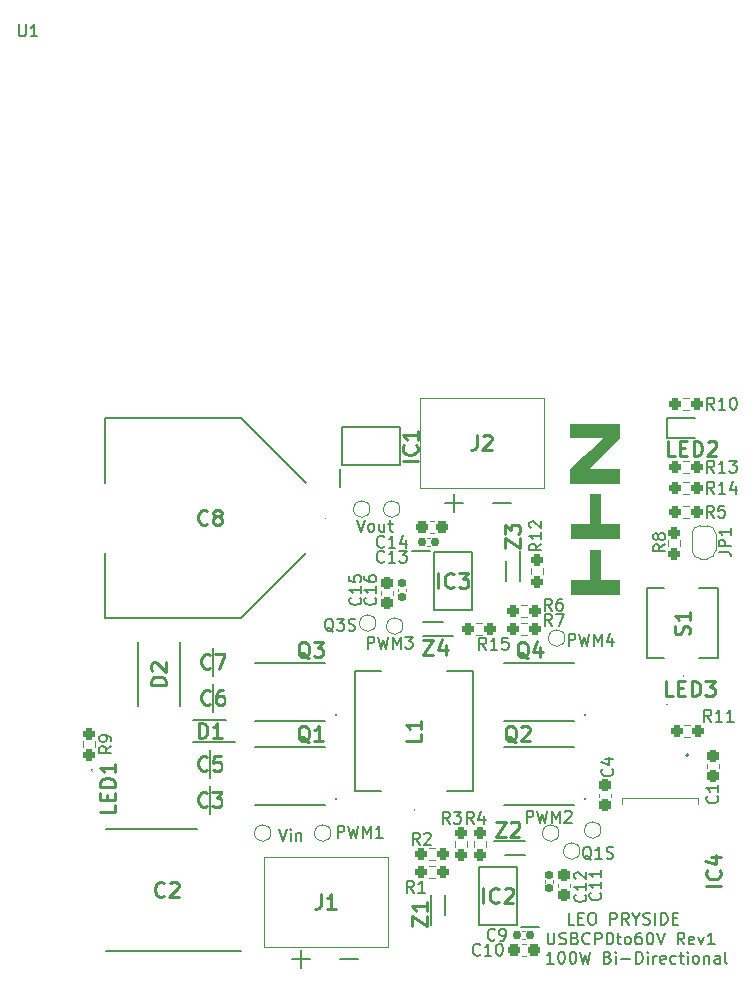
<source format=gto>
%TF.GenerationSoftware,KiCad,Pcbnew,7.0.2*%
%TF.CreationDate,2023-06-10T17:52:00+02:00*%
%TF.ProjectId,USBCPD_PCB,55534243-5044-45f5-9043-422e6b696361,rev?*%
%TF.SameCoordinates,Original*%
%TF.FileFunction,Legend,Top*%
%TF.FilePolarity,Positive*%
%FSLAX46Y46*%
G04 Gerber Fmt 4.6, Leading zero omitted, Abs format (unit mm)*
G04 Created by KiCad (PCBNEW 7.0.2) date 2023-06-10 17:52:00*
%MOMM*%
%LPD*%
G01*
G04 APERTURE LIST*
G04 Aperture macros list*
%AMRoundRect*
0 Rectangle with rounded corners*
0 $1 Rounding radius*
0 $2 $3 $4 $5 $6 $7 $8 $9 X,Y pos of 4 corners*
0 Add a 4 corners polygon primitive as box body*
4,1,4,$2,$3,$4,$5,$6,$7,$8,$9,$2,$3,0*
0 Add four circle primitives for the rounded corners*
1,1,$1+$1,$2,$3*
1,1,$1+$1,$4,$5*
1,1,$1+$1,$6,$7*
1,1,$1+$1,$8,$9*
0 Add four rect primitives between the rounded corners*
20,1,$1+$1,$2,$3,$4,$5,0*
20,1,$1+$1,$4,$5,$6,$7,0*
20,1,$1+$1,$6,$7,$8,$9,0*
20,1,$1+$1,$8,$9,$2,$3,0*%
%AMFreePoly0*
4,1,19,0.500000,-0.750000,0.000000,-0.750000,0.000000,-0.744911,-0.071157,-0.744911,-0.207708,-0.704816,-0.327430,-0.627875,-0.420627,-0.520320,-0.479746,-0.390866,-0.500000,-0.250000,-0.500000,0.250000,-0.479746,0.390866,-0.420627,0.520320,-0.327430,0.627875,-0.207708,0.704816,-0.071157,0.744911,0.000000,0.744911,0.000000,0.750000,0.500000,0.750000,0.500000,-0.750000,0.500000,-0.750000,
$1*%
%AMFreePoly1*
4,1,19,0.000000,0.744911,0.071157,0.744911,0.207708,0.704816,0.327430,0.627875,0.420627,0.520320,0.479746,0.390866,0.500000,0.250000,0.500000,-0.250000,0.479746,-0.390866,0.420627,-0.520320,0.327430,-0.627875,0.207708,-0.704816,0.071157,-0.744911,0.000000,-0.744911,0.000000,-0.750000,-0.500000,-0.750000,-0.500000,0.750000,0.000000,0.750000,0.000000,0.744911,0.000000,0.744911,
$1*%
G04 Aperture macros list end*
%ADD10C,0.150000*%
%ADD11C,0.200000*%
%ADD12C,0.254000*%
%ADD13C,0.100000*%
%ADD14C,0.050000*%
%ADD15C,0.120000*%
%ADD16R,1.100000X0.500000*%
%ADD17R,0.500000X1.100000*%
%ADD18R,2.000000X2.000000*%
%ADD19R,0.800000X0.800000*%
%ADD20R,0.950000X0.950000*%
%ADD21R,5.000000X3.400000*%
%ADD22C,1.950000*%
%ADD23R,1.500000X2.500000*%
%ADD24R,7.000000X7.000000*%
%ADD25R,1.528000X0.650000*%
%ADD26R,0.650000X1.528000*%
%ADD27R,2.150000X2.200000*%
%ADD28R,1.120000X1.220000*%
%ADD29R,6.500000X2.500000*%
%ADD30R,0.820000X2.720000*%
%ADD31R,4.050000X2.150000*%
%ADD32R,1.270000X0.610000*%
%ADD33R,0.710000X0.610000*%
%ADD34R,3.810000X3.910000*%
%ADD35R,0.310000X0.255000*%
%ADD36RoundRect,0.237500X-0.250000X-0.237500X0.250000X-0.237500X0.250000X0.237500X-0.250000X0.237500X0*%
%ADD37RoundRect,0.155000X-0.212500X-0.155000X0.212500X-0.155000X0.212500X0.155000X-0.212500X0.155000X0*%
%ADD38C,1.000000*%
%ADD39RoundRect,0.237500X-0.237500X0.250000X-0.237500X-0.250000X0.237500X-0.250000X0.237500X0.250000X0*%
%ADD40R,1.530000X1.530000*%
%ADD41C,1.530000*%
%ADD42RoundRect,0.237500X-0.237500X0.300000X-0.237500X-0.300000X0.237500X-0.300000X0.237500X0.300000X0*%
%ADD43RoundRect,0.155000X0.155000X-0.212500X0.155000X0.212500X-0.155000X0.212500X-0.155000X-0.212500X0*%
%ADD44RoundRect,0.237500X0.237500X-0.300000X0.237500X0.300000X-0.237500X0.300000X-0.237500X-0.300000X0*%
%ADD45RoundRect,0.237500X0.237500X-0.250000X0.237500X0.250000X-0.237500X0.250000X-0.237500X-0.250000X0*%
%ADD46RoundRect,0.237500X-0.300000X-0.237500X0.300000X-0.237500X0.300000X0.237500X-0.300000X0.237500X0*%
%ADD47RoundRect,0.237500X0.250000X0.237500X-0.250000X0.237500X-0.250000X-0.237500X0.250000X-0.237500X0*%
%ADD48RoundRect,0.155000X-0.155000X0.212500X-0.155000X-0.212500X0.155000X-0.212500X0.155000X0.212500X0*%
%ADD49FreePoly0,270.000000*%
%ADD50FreePoly1,270.000000*%
%ADD51RoundRect,0.155000X0.212500X0.155000X-0.212500X0.155000X-0.212500X-0.155000X0.212500X-0.155000X0*%
%ADD52RoundRect,0.237500X0.300000X0.237500X-0.300000X0.237500X-0.300000X-0.237500X0.300000X-0.237500X0*%
G04 APERTURE END LIST*
D10*
X151368095Y-112653619D02*
X151368095Y-111653619D01*
X151368095Y-111653619D02*
X151749047Y-111653619D01*
X151749047Y-111653619D02*
X151844285Y-111701238D01*
X151844285Y-111701238D02*
X151891904Y-111748857D01*
X151891904Y-111748857D02*
X151939523Y-111844095D01*
X151939523Y-111844095D02*
X151939523Y-111986952D01*
X151939523Y-111986952D02*
X151891904Y-112082190D01*
X151891904Y-112082190D02*
X151844285Y-112129809D01*
X151844285Y-112129809D02*
X151749047Y-112177428D01*
X151749047Y-112177428D02*
X151368095Y-112177428D01*
X152272857Y-111653619D02*
X152510952Y-112653619D01*
X152510952Y-112653619D02*
X152701428Y-111939333D01*
X152701428Y-111939333D02*
X152891904Y-112653619D01*
X152891904Y-112653619D02*
X153130000Y-111653619D01*
X153510952Y-112653619D02*
X153510952Y-111653619D01*
X153510952Y-111653619D02*
X153844285Y-112367904D01*
X153844285Y-112367904D02*
X154177618Y-111653619D01*
X154177618Y-111653619D02*
X154177618Y-112653619D01*
X154606190Y-111748857D02*
X154653809Y-111701238D01*
X154653809Y-111701238D02*
X154749047Y-111653619D01*
X154749047Y-111653619D02*
X154987142Y-111653619D01*
X154987142Y-111653619D02*
X155082380Y-111701238D01*
X155082380Y-111701238D02*
X155129999Y-111748857D01*
X155129999Y-111748857D02*
X155177618Y-111844095D01*
X155177618Y-111844095D02*
X155177618Y-111939333D01*
X155177618Y-111939333D02*
X155129999Y-112082190D01*
X155129999Y-112082190D02*
X154558571Y-112653619D01*
X154558571Y-112653619D02*
X155177618Y-112653619D01*
D11*
X155400285Y-121289619D02*
X154924095Y-121289619D01*
X154924095Y-121289619D02*
X154924095Y-120289619D01*
X155733619Y-120765809D02*
X156066952Y-120765809D01*
X156209809Y-121289619D02*
X155733619Y-121289619D01*
X155733619Y-121289619D02*
X155733619Y-120289619D01*
X155733619Y-120289619D02*
X156209809Y-120289619D01*
X156828857Y-120289619D02*
X157019333Y-120289619D01*
X157019333Y-120289619D02*
X157114571Y-120337238D01*
X157114571Y-120337238D02*
X157209809Y-120432476D01*
X157209809Y-120432476D02*
X157257428Y-120622952D01*
X157257428Y-120622952D02*
X157257428Y-120956285D01*
X157257428Y-120956285D02*
X157209809Y-121146761D01*
X157209809Y-121146761D02*
X157114571Y-121242000D01*
X157114571Y-121242000D02*
X157019333Y-121289619D01*
X157019333Y-121289619D02*
X156828857Y-121289619D01*
X156828857Y-121289619D02*
X156733619Y-121242000D01*
X156733619Y-121242000D02*
X156638381Y-121146761D01*
X156638381Y-121146761D02*
X156590762Y-120956285D01*
X156590762Y-120956285D02*
X156590762Y-120622952D01*
X156590762Y-120622952D02*
X156638381Y-120432476D01*
X156638381Y-120432476D02*
X156733619Y-120337238D01*
X156733619Y-120337238D02*
X156828857Y-120289619D01*
X158447905Y-121289619D02*
X158447905Y-120289619D01*
X158447905Y-120289619D02*
X158828857Y-120289619D01*
X158828857Y-120289619D02*
X158924095Y-120337238D01*
X158924095Y-120337238D02*
X158971714Y-120384857D01*
X158971714Y-120384857D02*
X159019333Y-120480095D01*
X159019333Y-120480095D02*
X159019333Y-120622952D01*
X159019333Y-120622952D02*
X158971714Y-120718190D01*
X158971714Y-120718190D02*
X158924095Y-120765809D01*
X158924095Y-120765809D02*
X158828857Y-120813428D01*
X158828857Y-120813428D02*
X158447905Y-120813428D01*
X160019333Y-121289619D02*
X159686000Y-120813428D01*
X159447905Y-121289619D02*
X159447905Y-120289619D01*
X159447905Y-120289619D02*
X159828857Y-120289619D01*
X159828857Y-120289619D02*
X159924095Y-120337238D01*
X159924095Y-120337238D02*
X159971714Y-120384857D01*
X159971714Y-120384857D02*
X160019333Y-120480095D01*
X160019333Y-120480095D02*
X160019333Y-120622952D01*
X160019333Y-120622952D02*
X159971714Y-120718190D01*
X159971714Y-120718190D02*
X159924095Y-120765809D01*
X159924095Y-120765809D02*
X159828857Y-120813428D01*
X159828857Y-120813428D02*
X159447905Y-120813428D01*
X160638381Y-120813428D02*
X160638381Y-121289619D01*
X160305048Y-120289619D02*
X160638381Y-120813428D01*
X160638381Y-120813428D02*
X160971714Y-120289619D01*
X161257429Y-121242000D02*
X161400286Y-121289619D01*
X161400286Y-121289619D02*
X161638381Y-121289619D01*
X161638381Y-121289619D02*
X161733619Y-121242000D01*
X161733619Y-121242000D02*
X161781238Y-121194380D01*
X161781238Y-121194380D02*
X161828857Y-121099142D01*
X161828857Y-121099142D02*
X161828857Y-121003904D01*
X161828857Y-121003904D02*
X161781238Y-120908666D01*
X161781238Y-120908666D02*
X161733619Y-120861047D01*
X161733619Y-120861047D02*
X161638381Y-120813428D01*
X161638381Y-120813428D02*
X161447905Y-120765809D01*
X161447905Y-120765809D02*
X161352667Y-120718190D01*
X161352667Y-120718190D02*
X161305048Y-120670571D01*
X161305048Y-120670571D02*
X161257429Y-120575333D01*
X161257429Y-120575333D02*
X161257429Y-120480095D01*
X161257429Y-120480095D02*
X161305048Y-120384857D01*
X161305048Y-120384857D02*
X161352667Y-120337238D01*
X161352667Y-120337238D02*
X161447905Y-120289619D01*
X161447905Y-120289619D02*
X161686000Y-120289619D01*
X161686000Y-120289619D02*
X161828857Y-120337238D01*
X162257429Y-121289619D02*
X162257429Y-120289619D01*
X162733619Y-121289619D02*
X162733619Y-120289619D01*
X162733619Y-120289619D02*
X162971714Y-120289619D01*
X162971714Y-120289619D02*
X163114571Y-120337238D01*
X163114571Y-120337238D02*
X163209809Y-120432476D01*
X163209809Y-120432476D02*
X163257428Y-120527714D01*
X163257428Y-120527714D02*
X163305047Y-120718190D01*
X163305047Y-120718190D02*
X163305047Y-120861047D01*
X163305047Y-120861047D02*
X163257428Y-121051523D01*
X163257428Y-121051523D02*
X163209809Y-121146761D01*
X163209809Y-121146761D02*
X163114571Y-121242000D01*
X163114571Y-121242000D02*
X162971714Y-121289619D01*
X162971714Y-121289619D02*
X162733619Y-121289619D01*
X163733619Y-120765809D02*
X164066952Y-120765809D01*
X164209809Y-121289619D02*
X163733619Y-121289619D01*
X163733619Y-121289619D02*
X163733619Y-120289619D01*
X163733619Y-120289619D02*
X164209809Y-120289619D01*
D10*
X137906095Y-97921619D02*
X137906095Y-96921619D01*
X137906095Y-96921619D02*
X138287047Y-96921619D01*
X138287047Y-96921619D02*
X138382285Y-96969238D01*
X138382285Y-96969238D02*
X138429904Y-97016857D01*
X138429904Y-97016857D02*
X138477523Y-97112095D01*
X138477523Y-97112095D02*
X138477523Y-97254952D01*
X138477523Y-97254952D02*
X138429904Y-97350190D01*
X138429904Y-97350190D02*
X138382285Y-97397809D01*
X138382285Y-97397809D02*
X138287047Y-97445428D01*
X138287047Y-97445428D02*
X137906095Y-97445428D01*
X138810857Y-96921619D02*
X139048952Y-97921619D01*
X139048952Y-97921619D02*
X139239428Y-97207333D01*
X139239428Y-97207333D02*
X139429904Y-97921619D01*
X139429904Y-97921619D02*
X139668000Y-96921619D01*
X140048952Y-97921619D02*
X140048952Y-96921619D01*
X140048952Y-96921619D02*
X140382285Y-97635904D01*
X140382285Y-97635904D02*
X140715618Y-96921619D01*
X140715618Y-96921619D02*
X140715618Y-97921619D01*
X141096571Y-96921619D02*
X141715618Y-96921619D01*
X141715618Y-96921619D02*
X141382285Y-97302571D01*
X141382285Y-97302571D02*
X141525142Y-97302571D01*
X141525142Y-97302571D02*
X141620380Y-97350190D01*
X141620380Y-97350190D02*
X141667999Y-97397809D01*
X141667999Y-97397809D02*
X141715618Y-97493047D01*
X141715618Y-97493047D02*
X141715618Y-97731142D01*
X141715618Y-97731142D02*
X141667999Y-97826380D01*
X141667999Y-97826380D02*
X141620380Y-97874000D01*
X141620380Y-97874000D02*
X141525142Y-97921619D01*
X141525142Y-97921619D02*
X141239428Y-97921619D01*
X141239428Y-97921619D02*
X141144190Y-97874000D01*
X141144190Y-97874000D02*
X141096571Y-97826380D01*
X135366095Y-113923619D02*
X135366095Y-112923619D01*
X135366095Y-112923619D02*
X135747047Y-112923619D01*
X135747047Y-112923619D02*
X135842285Y-112971238D01*
X135842285Y-112971238D02*
X135889904Y-113018857D01*
X135889904Y-113018857D02*
X135937523Y-113114095D01*
X135937523Y-113114095D02*
X135937523Y-113256952D01*
X135937523Y-113256952D02*
X135889904Y-113352190D01*
X135889904Y-113352190D02*
X135842285Y-113399809D01*
X135842285Y-113399809D02*
X135747047Y-113447428D01*
X135747047Y-113447428D02*
X135366095Y-113447428D01*
X136270857Y-112923619D02*
X136508952Y-113923619D01*
X136508952Y-113923619D02*
X136699428Y-113209333D01*
X136699428Y-113209333D02*
X136889904Y-113923619D01*
X136889904Y-113923619D02*
X137128000Y-112923619D01*
X137508952Y-113923619D02*
X137508952Y-112923619D01*
X137508952Y-112923619D02*
X137842285Y-113637904D01*
X137842285Y-113637904D02*
X138175618Y-112923619D01*
X138175618Y-112923619D02*
X138175618Y-113923619D01*
X139175618Y-113923619D02*
X138604190Y-113923619D01*
X138889904Y-113923619D02*
X138889904Y-112923619D01*
X138889904Y-112923619D02*
X138794666Y-113066476D01*
X138794666Y-113066476D02*
X138699428Y-113161714D01*
X138699428Y-113161714D02*
X138604190Y-113209333D01*
X154924095Y-97667619D02*
X154924095Y-96667619D01*
X154924095Y-96667619D02*
X155305047Y-96667619D01*
X155305047Y-96667619D02*
X155400285Y-96715238D01*
X155400285Y-96715238D02*
X155447904Y-96762857D01*
X155447904Y-96762857D02*
X155495523Y-96858095D01*
X155495523Y-96858095D02*
X155495523Y-97000952D01*
X155495523Y-97000952D02*
X155447904Y-97096190D01*
X155447904Y-97096190D02*
X155400285Y-97143809D01*
X155400285Y-97143809D02*
X155305047Y-97191428D01*
X155305047Y-97191428D02*
X154924095Y-97191428D01*
X155828857Y-96667619D02*
X156066952Y-97667619D01*
X156066952Y-97667619D02*
X156257428Y-96953333D01*
X156257428Y-96953333D02*
X156447904Y-97667619D01*
X156447904Y-97667619D02*
X156686000Y-96667619D01*
X157066952Y-97667619D02*
X157066952Y-96667619D01*
X157066952Y-96667619D02*
X157400285Y-97381904D01*
X157400285Y-97381904D02*
X157733618Y-96667619D01*
X157733618Y-96667619D02*
X157733618Y-97667619D01*
X158638380Y-97000952D02*
X158638380Y-97667619D01*
X158400285Y-96620000D02*
X158162190Y-97334285D01*
X158162190Y-97334285D02*
X158781237Y-97334285D01*
X156860761Y-115796857D02*
X156765523Y-115749238D01*
X156765523Y-115749238D02*
X156670285Y-115654000D01*
X156670285Y-115654000D02*
X156527428Y-115511142D01*
X156527428Y-115511142D02*
X156432190Y-115463523D01*
X156432190Y-115463523D02*
X156336952Y-115463523D01*
X156384571Y-115701619D02*
X156289333Y-115654000D01*
X156289333Y-115654000D02*
X156194095Y-115558761D01*
X156194095Y-115558761D02*
X156146476Y-115368285D01*
X156146476Y-115368285D02*
X156146476Y-115034952D01*
X156146476Y-115034952D02*
X156194095Y-114844476D01*
X156194095Y-114844476D02*
X156289333Y-114749238D01*
X156289333Y-114749238D02*
X156384571Y-114701619D01*
X156384571Y-114701619D02*
X156575047Y-114701619D01*
X156575047Y-114701619D02*
X156670285Y-114749238D01*
X156670285Y-114749238D02*
X156765523Y-114844476D01*
X156765523Y-114844476D02*
X156813142Y-115034952D01*
X156813142Y-115034952D02*
X156813142Y-115368285D01*
X156813142Y-115368285D02*
X156765523Y-115558761D01*
X156765523Y-115558761D02*
X156670285Y-115654000D01*
X156670285Y-115654000D02*
X156575047Y-115701619D01*
X156575047Y-115701619D02*
X156384571Y-115701619D01*
X157765523Y-115701619D02*
X157194095Y-115701619D01*
X157479809Y-115701619D02*
X157479809Y-114701619D01*
X157479809Y-114701619D02*
X157384571Y-114844476D01*
X157384571Y-114844476D02*
X157289333Y-114939714D01*
X157289333Y-114939714D02*
X157194095Y-114987333D01*
X158146476Y-115654000D02*
X158289333Y-115701619D01*
X158289333Y-115701619D02*
X158527428Y-115701619D01*
X158527428Y-115701619D02*
X158622666Y-115654000D01*
X158622666Y-115654000D02*
X158670285Y-115606380D01*
X158670285Y-115606380D02*
X158717904Y-115511142D01*
X158717904Y-115511142D02*
X158717904Y-115415904D01*
X158717904Y-115415904D02*
X158670285Y-115320666D01*
X158670285Y-115320666D02*
X158622666Y-115273047D01*
X158622666Y-115273047D02*
X158527428Y-115225428D01*
X158527428Y-115225428D02*
X158336952Y-115177809D01*
X158336952Y-115177809D02*
X158241714Y-115130190D01*
X158241714Y-115130190D02*
X158194095Y-115082571D01*
X158194095Y-115082571D02*
X158146476Y-114987333D01*
X158146476Y-114987333D02*
X158146476Y-114892095D01*
X158146476Y-114892095D02*
X158194095Y-114796857D01*
X158194095Y-114796857D02*
X158241714Y-114749238D01*
X158241714Y-114749238D02*
X158336952Y-114701619D01*
X158336952Y-114701619D02*
X158575047Y-114701619D01*
X158575047Y-114701619D02*
X158717904Y-114749238D01*
X137001238Y-87015619D02*
X137334571Y-88015619D01*
X137334571Y-88015619D02*
X137667904Y-87015619D01*
X138144095Y-88015619D02*
X138048857Y-87968000D01*
X138048857Y-87968000D02*
X138001238Y-87920380D01*
X138001238Y-87920380D02*
X137953619Y-87825142D01*
X137953619Y-87825142D02*
X137953619Y-87539428D01*
X137953619Y-87539428D02*
X138001238Y-87444190D01*
X138001238Y-87444190D02*
X138048857Y-87396571D01*
X138048857Y-87396571D02*
X138144095Y-87348952D01*
X138144095Y-87348952D02*
X138286952Y-87348952D01*
X138286952Y-87348952D02*
X138382190Y-87396571D01*
X138382190Y-87396571D02*
X138429809Y-87444190D01*
X138429809Y-87444190D02*
X138477428Y-87539428D01*
X138477428Y-87539428D02*
X138477428Y-87825142D01*
X138477428Y-87825142D02*
X138429809Y-87920380D01*
X138429809Y-87920380D02*
X138382190Y-87968000D01*
X138382190Y-87968000D02*
X138286952Y-88015619D01*
X138286952Y-88015619D02*
X138144095Y-88015619D01*
X139334571Y-87348952D02*
X139334571Y-88015619D01*
X138906000Y-87348952D02*
X138906000Y-87872761D01*
X138906000Y-87872761D02*
X138953619Y-87968000D01*
X138953619Y-87968000D02*
X139048857Y-88015619D01*
X139048857Y-88015619D02*
X139191714Y-88015619D01*
X139191714Y-88015619D02*
X139286952Y-87968000D01*
X139286952Y-87968000D02*
X139334571Y-87920380D01*
X139667905Y-87348952D02*
X140048857Y-87348952D01*
X139810762Y-87015619D02*
X139810762Y-87872761D01*
X139810762Y-87872761D02*
X139858381Y-87968000D01*
X139858381Y-87968000D02*
X139953619Y-88015619D01*
X139953619Y-88015619D02*
X140048857Y-88015619D01*
X135016761Y-96492857D02*
X134921523Y-96445238D01*
X134921523Y-96445238D02*
X134826285Y-96350000D01*
X134826285Y-96350000D02*
X134683428Y-96207142D01*
X134683428Y-96207142D02*
X134588190Y-96159523D01*
X134588190Y-96159523D02*
X134492952Y-96159523D01*
X134540571Y-96397619D02*
X134445333Y-96350000D01*
X134445333Y-96350000D02*
X134350095Y-96254761D01*
X134350095Y-96254761D02*
X134302476Y-96064285D01*
X134302476Y-96064285D02*
X134302476Y-95730952D01*
X134302476Y-95730952D02*
X134350095Y-95540476D01*
X134350095Y-95540476D02*
X134445333Y-95445238D01*
X134445333Y-95445238D02*
X134540571Y-95397619D01*
X134540571Y-95397619D02*
X134731047Y-95397619D01*
X134731047Y-95397619D02*
X134826285Y-95445238D01*
X134826285Y-95445238D02*
X134921523Y-95540476D01*
X134921523Y-95540476D02*
X134969142Y-95730952D01*
X134969142Y-95730952D02*
X134969142Y-96064285D01*
X134969142Y-96064285D02*
X134921523Y-96254761D01*
X134921523Y-96254761D02*
X134826285Y-96350000D01*
X134826285Y-96350000D02*
X134731047Y-96397619D01*
X134731047Y-96397619D02*
X134540571Y-96397619D01*
X135302476Y-95397619D02*
X135921523Y-95397619D01*
X135921523Y-95397619D02*
X135588190Y-95778571D01*
X135588190Y-95778571D02*
X135731047Y-95778571D01*
X135731047Y-95778571D02*
X135826285Y-95826190D01*
X135826285Y-95826190D02*
X135873904Y-95873809D01*
X135873904Y-95873809D02*
X135921523Y-95969047D01*
X135921523Y-95969047D02*
X135921523Y-96207142D01*
X135921523Y-96207142D02*
X135873904Y-96302380D01*
X135873904Y-96302380D02*
X135826285Y-96350000D01*
X135826285Y-96350000D02*
X135731047Y-96397619D01*
X135731047Y-96397619D02*
X135445333Y-96397619D01*
X135445333Y-96397619D02*
X135350095Y-96350000D01*
X135350095Y-96350000D02*
X135302476Y-96302380D01*
X136302476Y-96350000D02*
X136445333Y-96397619D01*
X136445333Y-96397619D02*
X136683428Y-96397619D01*
X136683428Y-96397619D02*
X136778666Y-96350000D01*
X136778666Y-96350000D02*
X136826285Y-96302380D01*
X136826285Y-96302380D02*
X136873904Y-96207142D01*
X136873904Y-96207142D02*
X136873904Y-96111904D01*
X136873904Y-96111904D02*
X136826285Y-96016666D01*
X136826285Y-96016666D02*
X136778666Y-95969047D01*
X136778666Y-95969047D02*
X136683428Y-95921428D01*
X136683428Y-95921428D02*
X136492952Y-95873809D01*
X136492952Y-95873809D02*
X136397714Y-95826190D01*
X136397714Y-95826190D02*
X136350095Y-95778571D01*
X136350095Y-95778571D02*
X136302476Y-95683333D01*
X136302476Y-95683333D02*
X136302476Y-95588095D01*
X136302476Y-95588095D02*
X136350095Y-95492857D01*
X136350095Y-95492857D02*
X136397714Y-95445238D01*
X136397714Y-95445238D02*
X136492952Y-95397619D01*
X136492952Y-95397619D02*
X136731047Y-95397619D01*
X136731047Y-95397619D02*
X136873904Y-95445238D01*
X130397238Y-113177619D02*
X130730571Y-114177619D01*
X130730571Y-114177619D02*
X131063904Y-113177619D01*
X131397238Y-114177619D02*
X131397238Y-113510952D01*
X131397238Y-113177619D02*
X131349619Y-113225238D01*
X131349619Y-113225238D02*
X131397238Y-113272857D01*
X131397238Y-113272857D02*
X131444857Y-113225238D01*
X131444857Y-113225238D02*
X131397238Y-113177619D01*
X131397238Y-113177619D02*
X131397238Y-113272857D01*
X131873428Y-113510952D02*
X131873428Y-114177619D01*
X131873428Y-113606190D02*
X131921047Y-113558571D01*
X131921047Y-113558571D02*
X132016285Y-113510952D01*
X132016285Y-113510952D02*
X132159142Y-113510952D01*
X132159142Y-113510952D02*
X132254380Y-113558571D01*
X132254380Y-113558571D02*
X132301999Y-113653809D01*
X132301999Y-113653809D02*
X132301999Y-114177619D01*
D11*
X131540190Y-124215333D02*
X133064000Y-124215333D01*
X132302095Y-124977238D02*
X132302095Y-123453428D01*
X135540190Y-124215333D02*
X137064000Y-124215333D01*
D10*
X153146095Y-121971619D02*
X153146095Y-122781142D01*
X153146095Y-122781142D02*
X153193714Y-122876380D01*
X153193714Y-122876380D02*
X153241333Y-122924000D01*
X153241333Y-122924000D02*
X153336571Y-122971619D01*
X153336571Y-122971619D02*
X153527047Y-122971619D01*
X153527047Y-122971619D02*
X153622285Y-122924000D01*
X153622285Y-122924000D02*
X153669904Y-122876380D01*
X153669904Y-122876380D02*
X153717523Y-122781142D01*
X153717523Y-122781142D02*
X153717523Y-121971619D01*
X154146095Y-122924000D02*
X154288952Y-122971619D01*
X154288952Y-122971619D02*
X154527047Y-122971619D01*
X154527047Y-122971619D02*
X154622285Y-122924000D01*
X154622285Y-122924000D02*
X154669904Y-122876380D01*
X154669904Y-122876380D02*
X154717523Y-122781142D01*
X154717523Y-122781142D02*
X154717523Y-122685904D01*
X154717523Y-122685904D02*
X154669904Y-122590666D01*
X154669904Y-122590666D02*
X154622285Y-122543047D01*
X154622285Y-122543047D02*
X154527047Y-122495428D01*
X154527047Y-122495428D02*
X154336571Y-122447809D01*
X154336571Y-122447809D02*
X154241333Y-122400190D01*
X154241333Y-122400190D02*
X154193714Y-122352571D01*
X154193714Y-122352571D02*
X154146095Y-122257333D01*
X154146095Y-122257333D02*
X154146095Y-122162095D01*
X154146095Y-122162095D02*
X154193714Y-122066857D01*
X154193714Y-122066857D02*
X154241333Y-122019238D01*
X154241333Y-122019238D02*
X154336571Y-121971619D01*
X154336571Y-121971619D02*
X154574666Y-121971619D01*
X154574666Y-121971619D02*
X154717523Y-122019238D01*
X155479428Y-122447809D02*
X155622285Y-122495428D01*
X155622285Y-122495428D02*
X155669904Y-122543047D01*
X155669904Y-122543047D02*
X155717523Y-122638285D01*
X155717523Y-122638285D02*
X155717523Y-122781142D01*
X155717523Y-122781142D02*
X155669904Y-122876380D01*
X155669904Y-122876380D02*
X155622285Y-122924000D01*
X155622285Y-122924000D02*
X155527047Y-122971619D01*
X155527047Y-122971619D02*
X155146095Y-122971619D01*
X155146095Y-122971619D02*
X155146095Y-121971619D01*
X155146095Y-121971619D02*
X155479428Y-121971619D01*
X155479428Y-121971619D02*
X155574666Y-122019238D01*
X155574666Y-122019238D02*
X155622285Y-122066857D01*
X155622285Y-122066857D02*
X155669904Y-122162095D01*
X155669904Y-122162095D02*
X155669904Y-122257333D01*
X155669904Y-122257333D02*
X155622285Y-122352571D01*
X155622285Y-122352571D02*
X155574666Y-122400190D01*
X155574666Y-122400190D02*
X155479428Y-122447809D01*
X155479428Y-122447809D02*
X155146095Y-122447809D01*
X156717523Y-122876380D02*
X156669904Y-122924000D01*
X156669904Y-122924000D02*
X156527047Y-122971619D01*
X156527047Y-122971619D02*
X156431809Y-122971619D01*
X156431809Y-122971619D02*
X156288952Y-122924000D01*
X156288952Y-122924000D02*
X156193714Y-122828761D01*
X156193714Y-122828761D02*
X156146095Y-122733523D01*
X156146095Y-122733523D02*
X156098476Y-122543047D01*
X156098476Y-122543047D02*
X156098476Y-122400190D01*
X156098476Y-122400190D02*
X156146095Y-122209714D01*
X156146095Y-122209714D02*
X156193714Y-122114476D01*
X156193714Y-122114476D02*
X156288952Y-122019238D01*
X156288952Y-122019238D02*
X156431809Y-121971619D01*
X156431809Y-121971619D02*
X156527047Y-121971619D01*
X156527047Y-121971619D02*
X156669904Y-122019238D01*
X156669904Y-122019238D02*
X156717523Y-122066857D01*
X157146095Y-122971619D02*
X157146095Y-121971619D01*
X157146095Y-121971619D02*
X157527047Y-121971619D01*
X157527047Y-121971619D02*
X157622285Y-122019238D01*
X157622285Y-122019238D02*
X157669904Y-122066857D01*
X157669904Y-122066857D02*
X157717523Y-122162095D01*
X157717523Y-122162095D02*
X157717523Y-122304952D01*
X157717523Y-122304952D02*
X157669904Y-122400190D01*
X157669904Y-122400190D02*
X157622285Y-122447809D01*
X157622285Y-122447809D02*
X157527047Y-122495428D01*
X157527047Y-122495428D02*
X157146095Y-122495428D01*
X158146095Y-122971619D02*
X158146095Y-121971619D01*
X158146095Y-121971619D02*
X158384190Y-121971619D01*
X158384190Y-121971619D02*
X158527047Y-122019238D01*
X158527047Y-122019238D02*
X158622285Y-122114476D01*
X158622285Y-122114476D02*
X158669904Y-122209714D01*
X158669904Y-122209714D02*
X158717523Y-122400190D01*
X158717523Y-122400190D02*
X158717523Y-122543047D01*
X158717523Y-122543047D02*
X158669904Y-122733523D01*
X158669904Y-122733523D02*
X158622285Y-122828761D01*
X158622285Y-122828761D02*
X158527047Y-122924000D01*
X158527047Y-122924000D02*
X158384190Y-122971619D01*
X158384190Y-122971619D02*
X158146095Y-122971619D01*
X159003238Y-122304952D02*
X159384190Y-122304952D01*
X159146095Y-121971619D02*
X159146095Y-122828761D01*
X159146095Y-122828761D02*
X159193714Y-122924000D01*
X159193714Y-122924000D02*
X159288952Y-122971619D01*
X159288952Y-122971619D02*
X159384190Y-122971619D01*
X159860381Y-122971619D02*
X159765143Y-122924000D01*
X159765143Y-122924000D02*
X159717524Y-122876380D01*
X159717524Y-122876380D02*
X159669905Y-122781142D01*
X159669905Y-122781142D02*
X159669905Y-122495428D01*
X159669905Y-122495428D02*
X159717524Y-122400190D01*
X159717524Y-122400190D02*
X159765143Y-122352571D01*
X159765143Y-122352571D02*
X159860381Y-122304952D01*
X159860381Y-122304952D02*
X160003238Y-122304952D01*
X160003238Y-122304952D02*
X160098476Y-122352571D01*
X160098476Y-122352571D02*
X160146095Y-122400190D01*
X160146095Y-122400190D02*
X160193714Y-122495428D01*
X160193714Y-122495428D02*
X160193714Y-122781142D01*
X160193714Y-122781142D02*
X160146095Y-122876380D01*
X160146095Y-122876380D02*
X160098476Y-122924000D01*
X160098476Y-122924000D02*
X160003238Y-122971619D01*
X160003238Y-122971619D02*
X159860381Y-122971619D01*
X161050857Y-121971619D02*
X160860381Y-121971619D01*
X160860381Y-121971619D02*
X160765143Y-122019238D01*
X160765143Y-122019238D02*
X160717524Y-122066857D01*
X160717524Y-122066857D02*
X160622286Y-122209714D01*
X160622286Y-122209714D02*
X160574667Y-122400190D01*
X160574667Y-122400190D02*
X160574667Y-122781142D01*
X160574667Y-122781142D02*
X160622286Y-122876380D01*
X160622286Y-122876380D02*
X160669905Y-122924000D01*
X160669905Y-122924000D02*
X160765143Y-122971619D01*
X160765143Y-122971619D02*
X160955619Y-122971619D01*
X160955619Y-122971619D02*
X161050857Y-122924000D01*
X161050857Y-122924000D02*
X161098476Y-122876380D01*
X161098476Y-122876380D02*
X161146095Y-122781142D01*
X161146095Y-122781142D02*
X161146095Y-122543047D01*
X161146095Y-122543047D02*
X161098476Y-122447809D01*
X161098476Y-122447809D02*
X161050857Y-122400190D01*
X161050857Y-122400190D02*
X160955619Y-122352571D01*
X160955619Y-122352571D02*
X160765143Y-122352571D01*
X160765143Y-122352571D02*
X160669905Y-122400190D01*
X160669905Y-122400190D02*
X160622286Y-122447809D01*
X160622286Y-122447809D02*
X160574667Y-122543047D01*
X161765143Y-121971619D02*
X161860381Y-121971619D01*
X161860381Y-121971619D02*
X161955619Y-122019238D01*
X161955619Y-122019238D02*
X162003238Y-122066857D01*
X162003238Y-122066857D02*
X162050857Y-122162095D01*
X162050857Y-122162095D02*
X162098476Y-122352571D01*
X162098476Y-122352571D02*
X162098476Y-122590666D01*
X162098476Y-122590666D02*
X162050857Y-122781142D01*
X162050857Y-122781142D02*
X162003238Y-122876380D01*
X162003238Y-122876380D02*
X161955619Y-122924000D01*
X161955619Y-122924000D02*
X161860381Y-122971619D01*
X161860381Y-122971619D02*
X161765143Y-122971619D01*
X161765143Y-122971619D02*
X161669905Y-122924000D01*
X161669905Y-122924000D02*
X161622286Y-122876380D01*
X161622286Y-122876380D02*
X161574667Y-122781142D01*
X161574667Y-122781142D02*
X161527048Y-122590666D01*
X161527048Y-122590666D02*
X161527048Y-122352571D01*
X161527048Y-122352571D02*
X161574667Y-122162095D01*
X161574667Y-122162095D02*
X161622286Y-122066857D01*
X161622286Y-122066857D02*
X161669905Y-122019238D01*
X161669905Y-122019238D02*
X161765143Y-121971619D01*
X162384191Y-121971619D02*
X162717524Y-122971619D01*
X162717524Y-122971619D02*
X163050857Y-121971619D01*
X164717524Y-122971619D02*
X164384191Y-122495428D01*
X164146096Y-122971619D02*
X164146096Y-121971619D01*
X164146096Y-121971619D02*
X164527048Y-121971619D01*
X164527048Y-121971619D02*
X164622286Y-122019238D01*
X164622286Y-122019238D02*
X164669905Y-122066857D01*
X164669905Y-122066857D02*
X164717524Y-122162095D01*
X164717524Y-122162095D02*
X164717524Y-122304952D01*
X164717524Y-122304952D02*
X164669905Y-122400190D01*
X164669905Y-122400190D02*
X164622286Y-122447809D01*
X164622286Y-122447809D02*
X164527048Y-122495428D01*
X164527048Y-122495428D02*
X164146096Y-122495428D01*
X165527048Y-122924000D02*
X165431810Y-122971619D01*
X165431810Y-122971619D02*
X165241334Y-122971619D01*
X165241334Y-122971619D02*
X165146096Y-122924000D01*
X165146096Y-122924000D02*
X165098477Y-122828761D01*
X165098477Y-122828761D02*
X165098477Y-122447809D01*
X165098477Y-122447809D02*
X165146096Y-122352571D01*
X165146096Y-122352571D02*
X165241334Y-122304952D01*
X165241334Y-122304952D02*
X165431810Y-122304952D01*
X165431810Y-122304952D02*
X165527048Y-122352571D01*
X165527048Y-122352571D02*
X165574667Y-122447809D01*
X165574667Y-122447809D02*
X165574667Y-122543047D01*
X165574667Y-122543047D02*
X165098477Y-122638285D01*
X165908001Y-122304952D02*
X166146096Y-122971619D01*
X166146096Y-122971619D02*
X166384191Y-122304952D01*
X167288953Y-122971619D02*
X166717525Y-122971619D01*
X167003239Y-122971619D02*
X167003239Y-121971619D01*
X167003239Y-121971619D02*
X166908001Y-122114476D01*
X166908001Y-122114476D02*
X166812763Y-122209714D01*
X166812763Y-122209714D02*
X166717525Y-122257333D01*
X153669904Y-124591619D02*
X153098476Y-124591619D01*
X153384190Y-124591619D02*
X153384190Y-123591619D01*
X153384190Y-123591619D02*
X153288952Y-123734476D01*
X153288952Y-123734476D02*
X153193714Y-123829714D01*
X153193714Y-123829714D02*
X153098476Y-123877333D01*
X154288952Y-123591619D02*
X154384190Y-123591619D01*
X154384190Y-123591619D02*
X154479428Y-123639238D01*
X154479428Y-123639238D02*
X154527047Y-123686857D01*
X154527047Y-123686857D02*
X154574666Y-123782095D01*
X154574666Y-123782095D02*
X154622285Y-123972571D01*
X154622285Y-123972571D02*
X154622285Y-124210666D01*
X154622285Y-124210666D02*
X154574666Y-124401142D01*
X154574666Y-124401142D02*
X154527047Y-124496380D01*
X154527047Y-124496380D02*
X154479428Y-124544000D01*
X154479428Y-124544000D02*
X154384190Y-124591619D01*
X154384190Y-124591619D02*
X154288952Y-124591619D01*
X154288952Y-124591619D02*
X154193714Y-124544000D01*
X154193714Y-124544000D02*
X154146095Y-124496380D01*
X154146095Y-124496380D02*
X154098476Y-124401142D01*
X154098476Y-124401142D02*
X154050857Y-124210666D01*
X154050857Y-124210666D02*
X154050857Y-123972571D01*
X154050857Y-123972571D02*
X154098476Y-123782095D01*
X154098476Y-123782095D02*
X154146095Y-123686857D01*
X154146095Y-123686857D02*
X154193714Y-123639238D01*
X154193714Y-123639238D02*
X154288952Y-123591619D01*
X155241333Y-123591619D02*
X155336571Y-123591619D01*
X155336571Y-123591619D02*
X155431809Y-123639238D01*
X155431809Y-123639238D02*
X155479428Y-123686857D01*
X155479428Y-123686857D02*
X155527047Y-123782095D01*
X155527047Y-123782095D02*
X155574666Y-123972571D01*
X155574666Y-123972571D02*
X155574666Y-124210666D01*
X155574666Y-124210666D02*
X155527047Y-124401142D01*
X155527047Y-124401142D02*
X155479428Y-124496380D01*
X155479428Y-124496380D02*
X155431809Y-124544000D01*
X155431809Y-124544000D02*
X155336571Y-124591619D01*
X155336571Y-124591619D02*
X155241333Y-124591619D01*
X155241333Y-124591619D02*
X155146095Y-124544000D01*
X155146095Y-124544000D02*
X155098476Y-124496380D01*
X155098476Y-124496380D02*
X155050857Y-124401142D01*
X155050857Y-124401142D02*
X155003238Y-124210666D01*
X155003238Y-124210666D02*
X155003238Y-123972571D01*
X155003238Y-123972571D02*
X155050857Y-123782095D01*
X155050857Y-123782095D02*
X155098476Y-123686857D01*
X155098476Y-123686857D02*
X155146095Y-123639238D01*
X155146095Y-123639238D02*
X155241333Y-123591619D01*
X155908000Y-123591619D02*
X156146095Y-124591619D01*
X156146095Y-124591619D02*
X156336571Y-123877333D01*
X156336571Y-123877333D02*
X156527047Y-124591619D01*
X156527047Y-124591619D02*
X156765143Y-123591619D01*
X158241333Y-124067809D02*
X158384190Y-124115428D01*
X158384190Y-124115428D02*
X158431809Y-124163047D01*
X158431809Y-124163047D02*
X158479428Y-124258285D01*
X158479428Y-124258285D02*
X158479428Y-124401142D01*
X158479428Y-124401142D02*
X158431809Y-124496380D01*
X158431809Y-124496380D02*
X158384190Y-124544000D01*
X158384190Y-124544000D02*
X158288952Y-124591619D01*
X158288952Y-124591619D02*
X157908000Y-124591619D01*
X157908000Y-124591619D02*
X157908000Y-123591619D01*
X157908000Y-123591619D02*
X158241333Y-123591619D01*
X158241333Y-123591619D02*
X158336571Y-123639238D01*
X158336571Y-123639238D02*
X158384190Y-123686857D01*
X158384190Y-123686857D02*
X158431809Y-123782095D01*
X158431809Y-123782095D02*
X158431809Y-123877333D01*
X158431809Y-123877333D02*
X158384190Y-123972571D01*
X158384190Y-123972571D02*
X158336571Y-124020190D01*
X158336571Y-124020190D02*
X158241333Y-124067809D01*
X158241333Y-124067809D02*
X157908000Y-124067809D01*
X158908000Y-124591619D02*
X158908000Y-123924952D01*
X158908000Y-123591619D02*
X158860381Y-123639238D01*
X158860381Y-123639238D02*
X158908000Y-123686857D01*
X158908000Y-123686857D02*
X158955619Y-123639238D01*
X158955619Y-123639238D02*
X158908000Y-123591619D01*
X158908000Y-123591619D02*
X158908000Y-123686857D01*
X159384190Y-124210666D02*
X160146095Y-124210666D01*
X160622285Y-124591619D02*
X160622285Y-123591619D01*
X160622285Y-123591619D02*
X160860380Y-123591619D01*
X160860380Y-123591619D02*
X161003237Y-123639238D01*
X161003237Y-123639238D02*
X161098475Y-123734476D01*
X161098475Y-123734476D02*
X161146094Y-123829714D01*
X161146094Y-123829714D02*
X161193713Y-124020190D01*
X161193713Y-124020190D02*
X161193713Y-124163047D01*
X161193713Y-124163047D02*
X161146094Y-124353523D01*
X161146094Y-124353523D02*
X161098475Y-124448761D01*
X161098475Y-124448761D02*
X161003237Y-124544000D01*
X161003237Y-124544000D02*
X160860380Y-124591619D01*
X160860380Y-124591619D02*
X160622285Y-124591619D01*
X161622285Y-124591619D02*
X161622285Y-123924952D01*
X161622285Y-123591619D02*
X161574666Y-123639238D01*
X161574666Y-123639238D02*
X161622285Y-123686857D01*
X161622285Y-123686857D02*
X161669904Y-123639238D01*
X161669904Y-123639238D02*
X161622285Y-123591619D01*
X161622285Y-123591619D02*
X161622285Y-123686857D01*
X162098475Y-124591619D02*
X162098475Y-123924952D01*
X162098475Y-124115428D02*
X162146094Y-124020190D01*
X162146094Y-124020190D02*
X162193713Y-123972571D01*
X162193713Y-123972571D02*
X162288951Y-123924952D01*
X162288951Y-123924952D02*
X162384189Y-123924952D01*
X163098475Y-124544000D02*
X163003237Y-124591619D01*
X163003237Y-124591619D02*
X162812761Y-124591619D01*
X162812761Y-124591619D02*
X162717523Y-124544000D01*
X162717523Y-124544000D02*
X162669904Y-124448761D01*
X162669904Y-124448761D02*
X162669904Y-124067809D01*
X162669904Y-124067809D02*
X162717523Y-123972571D01*
X162717523Y-123972571D02*
X162812761Y-123924952D01*
X162812761Y-123924952D02*
X163003237Y-123924952D01*
X163003237Y-123924952D02*
X163098475Y-123972571D01*
X163098475Y-123972571D02*
X163146094Y-124067809D01*
X163146094Y-124067809D02*
X163146094Y-124163047D01*
X163146094Y-124163047D02*
X162669904Y-124258285D01*
X164003237Y-124544000D02*
X163907999Y-124591619D01*
X163907999Y-124591619D02*
X163717523Y-124591619D01*
X163717523Y-124591619D02*
X163622285Y-124544000D01*
X163622285Y-124544000D02*
X163574666Y-124496380D01*
X163574666Y-124496380D02*
X163527047Y-124401142D01*
X163527047Y-124401142D02*
X163527047Y-124115428D01*
X163527047Y-124115428D02*
X163574666Y-124020190D01*
X163574666Y-124020190D02*
X163622285Y-123972571D01*
X163622285Y-123972571D02*
X163717523Y-123924952D01*
X163717523Y-123924952D02*
X163907999Y-123924952D01*
X163907999Y-123924952D02*
X164003237Y-123972571D01*
X164288952Y-123924952D02*
X164669904Y-123924952D01*
X164431809Y-123591619D02*
X164431809Y-124448761D01*
X164431809Y-124448761D02*
X164479428Y-124544000D01*
X164479428Y-124544000D02*
X164574666Y-124591619D01*
X164574666Y-124591619D02*
X164669904Y-124591619D01*
X165003238Y-124591619D02*
X165003238Y-123924952D01*
X165003238Y-123591619D02*
X164955619Y-123639238D01*
X164955619Y-123639238D02*
X165003238Y-123686857D01*
X165003238Y-123686857D02*
X165050857Y-123639238D01*
X165050857Y-123639238D02*
X165003238Y-123591619D01*
X165003238Y-123591619D02*
X165003238Y-123686857D01*
X165622285Y-124591619D02*
X165527047Y-124544000D01*
X165527047Y-124544000D02*
X165479428Y-124496380D01*
X165479428Y-124496380D02*
X165431809Y-124401142D01*
X165431809Y-124401142D02*
X165431809Y-124115428D01*
X165431809Y-124115428D02*
X165479428Y-124020190D01*
X165479428Y-124020190D02*
X165527047Y-123972571D01*
X165527047Y-123972571D02*
X165622285Y-123924952D01*
X165622285Y-123924952D02*
X165765142Y-123924952D01*
X165765142Y-123924952D02*
X165860380Y-123972571D01*
X165860380Y-123972571D02*
X165907999Y-124020190D01*
X165907999Y-124020190D02*
X165955618Y-124115428D01*
X165955618Y-124115428D02*
X165955618Y-124401142D01*
X165955618Y-124401142D02*
X165907999Y-124496380D01*
X165907999Y-124496380D02*
X165860380Y-124544000D01*
X165860380Y-124544000D02*
X165765142Y-124591619D01*
X165765142Y-124591619D02*
X165622285Y-124591619D01*
X166384190Y-123924952D02*
X166384190Y-124591619D01*
X166384190Y-124020190D02*
X166431809Y-123972571D01*
X166431809Y-123972571D02*
X166527047Y-123924952D01*
X166527047Y-123924952D02*
X166669904Y-123924952D01*
X166669904Y-123924952D02*
X166765142Y-123972571D01*
X166765142Y-123972571D02*
X166812761Y-124067809D01*
X166812761Y-124067809D02*
X166812761Y-124591619D01*
X167717523Y-124591619D02*
X167717523Y-124067809D01*
X167717523Y-124067809D02*
X167669904Y-123972571D01*
X167669904Y-123972571D02*
X167574666Y-123924952D01*
X167574666Y-123924952D02*
X167384190Y-123924952D01*
X167384190Y-123924952D02*
X167288952Y-123972571D01*
X167717523Y-124544000D02*
X167622285Y-124591619D01*
X167622285Y-124591619D02*
X167384190Y-124591619D01*
X167384190Y-124591619D02*
X167288952Y-124544000D01*
X167288952Y-124544000D02*
X167241333Y-124448761D01*
X167241333Y-124448761D02*
X167241333Y-124353523D01*
X167241333Y-124353523D02*
X167288952Y-124258285D01*
X167288952Y-124258285D02*
X167384190Y-124210666D01*
X167384190Y-124210666D02*
X167622285Y-124210666D01*
X167622285Y-124210666D02*
X167717523Y-124163047D01*
X168336571Y-124591619D02*
X168241333Y-124544000D01*
X168241333Y-124544000D02*
X168193714Y-124448761D01*
X168193714Y-124448761D02*
X168193714Y-123591619D01*
D11*
X144494190Y-85607333D02*
X146018000Y-85607333D01*
X145256095Y-86369238D02*
X145256095Y-84845428D01*
X148494190Y-85607333D02*
X150018000Y-85607333D01*
D12*
%TO.C,Z4*%
X142639507Y-97174934D02*
X143486174Y-97174934D01*
X143486174Y-97174934D02*
X142639507Y-98444934D01*
X142639507Y-98444934D02*
X143486174Y-98444934D01*
X144514269Y-97598267D02*
X144514269Y-98444934D01*
X144211888Y-97114458D02*
X143909507Y-98021600D01*
X143909507Y-98021600D02*
X144695698Y-98021600D01*
%TO.C,Z3*%
X149531526Y-89420095D02*
X149531526Y-88573428D01*
X149531526Y-88573428D02*
X150801526Y-89420095D01*
X150801526Y-89420095D02*
X150801526Y-88573428D01*
X149531526Y-88210571D02*
X149531526Y-87424380D01*
X149531526Y-87424380D02*
X150015335Y-87847714D01*
X150015335Y-87847714D02*
X150015335Y-87666285D01*
X150015335Y-87666285D02*
X150075811Y-87545333D01*
X150075811Y-87545333D02*
X150136288Y-87484857D01*
X150136288Y-87484857D02*
X150257240Y-87424380D01*
X150257240Y-87424380D02*
X150559621Y-87424380D01*
X150559621Y-87424380D02*
X150680573Y-87484857D01*
X150680573Y-87484857D02*
X150741050Y-87545333D01*
X150741050Y-87545333D02*
X150801526Y-87666285D01*
X150801526Y-87666285D02*
X150801526Y-88029142D01*
X150801526Y-88029142D02*
X150741050Y-88150095D01*
X150741050Y-88150095D02*
X150680573Y-88210571D01*
%TO.C,Z2*%
X148756891Y-112576378D02*
X149603558Y-112576378D01*
X149603558Y-112576378D02*
X148756891Y-113846378D01*
X148756891Y-113846378D02*
X149603558Y-113846378D01*
X150026891Y-112697330D02*
X150087367Y-112636854D01*
X150087367Y-112636854D02*
X150208320Y-112576378D01*
X150208320Y-112576378D02*
X150510701Y-112576378D01*
X150510701Y-112576378D02*
X150631653Y-112636854D01*
X150631653Y-112636854D02*
X150692129Y-112697330D01*
X150692129Y-112697330D02*
X150752606Y-112818282D01*
X150752606Y-112818282D02*
X150752606Y-112939235D01*
X150752606Y-112939235D02*
X150692129Y-113120663D01*
X150692129Y-113120663D02*
X149966415Y-113846378D01*
X149966415Y-113846378D02*
X150752606Y-113846378D01*
%TO.C,Z1*%
X141640679Y-121369984D02*
X141640679Y-120523317D01*
X141640679Y-120523317D02*
X142910679Y-121369984D01*
X142910679Y-121369984D02*
X142910679Y-120523317D01*
X142910679Y-119374269D02*
X142910679Y-120099984D01*
X142910679Y-119737127D02*
X141640679Y-119737127D01*
X141640679Y-119737127D02*
X141822107Y-119858079D01*
X141822107Y-119858079D02*
X141943060Y-119979031D01*
X141943060Y-119979031D02*
X142003536Y-120099984D01*
%TO.C,S1*%
X165119050Y-96725619D02*
X165179526Y-96544190D01*
X165179526Y-96544190D02*
X165179526Y-96241809D01*
X165179526Y-96241809D02*
X165119050Y-96120857D01*
X165119050Y-96120857D02*
X165058573Y-96060381D01*
X165058573Y-96060381D02*
X164937621Y-95999904D01*
X164937621Y-95999904D02*
X164816669Y-95999904D01*
X164816669Y-95999904D02*
X164695716Y-96060381D01*
X164695716Y-96060381D02*
X164635240Y-96120857D01*
X164635240Y-96120857D02*
X164574764Y-96241809D01*
X164574764Y-96241809D02*
X164514288Y-96483714D01*
X164514288Y-96483714D02*
X164453811Y-96604666D01*
X164453811Y-96604666D02*
X164393335Y-96665143D01*
X164393335Y-96665143D02*
X164272383Y-96725619D01*
X164272383Y-96725619D02*
X164151430Y-96725619D01*
X164151430Y-96725619D02*
X164030478Y-96665143D01*
X164030478Y-96665143D02*
X163970002Y-96604666D01*
X163970002Y-96604666D02*
X163909526Y-96483714D01*
X163909526Y-96483714D02*
X163909526Y-96181333D01*
X163909526Y-96181333D02*
X163970002Y-95999904D01*
X165179526Y-94790380D02*
X165179526Y-95516095D01*
X165179526Y-95153238D02*
X163909526Y-95153238D01*
X163909526Y-95153238D02*
X164090954Y-95274190D01*
X164090954Y-95274190D02*
X164211907Y-95395142D01*
X164211907Y-95395142D02*
X164272383Y-95516095D01*
%TO.C,LED3*%
X163778861Y-101949968D02*
X163174099Y-101949968D01*
X163174099Y-101949968D02*
X163174099Y-100679968D01*
X164202194Y-101284730D02*
X164625528Y-101284730D01*
X164806956Y-101949968D02*
X164202194Y-101949968D01*
X164202194Y-101949968D02*
X164202194Y-100679968D01*
X164202194Y-100679968D02*
X164806956Y-100679968D01*
X165351242Y-101949968D02*
X165351242Y-100679968D01*
X165351242Y-100679968D02*
X165653623Y-100679968D01*
X165653623Y-100679968D02*
X165835052Y-100740444D01*
X165835052Y-100740444D02*
X165956004Y-100861396D01*
X165956004Y-100861396D02*
X166016481Y-100982349D01*
X166016481Y-100982349D02*
X166076957Y-101224253D01*
X166076957Y-101224253D02*
X166076957Y-101405682D01*
X166076957Y-101405682D02*
X166016481Y-101647587D01*
X166016481Y-101647587D02*
X165956004Y-101768539D01*
X165956004Y-101768539D02*
X165835052Y-101889492D01*
X165835052Y-101889492D02*
X165653623Y-101949968D01*
X165653623Y-101949968D02*
X165351242Y-101949968D01*
X166500290Y-100679968D02*
X167286481Y-100679968D01*
X167286481Y-100679968D02*
X166863147Y-101163777D01*
X166863147Y-101163777D02*
X167044576Y-101163777D01*
X167044576Y-101163777D02*
X167165528Y-101224253D01*
X167165528Y-101224253D02*
X167226004Y-101284730D01*
X167226004Y-101284730D02*
X167286481Y-101405682D01*
X167286481Y-101405682D02*
X167286481Y-101708063D01*
X167286481Y-101708063D02*
X167226004Y-101829015D01*
X167226004Y-101829015D02*
X167165528Y-101889492D01*
X167165528Y-101889492D02*
X167044576Y-101949968D01*
X167044576Y-101949968D02*
X166681719Y-101949968D01*
X166681719Y-101949968D02*
X166560766Y-101889492D01*
X166560766Y-101889492D02*
X166500290Y-101829015D01*
%TO.C,LED2*%
X163932809Y-81613526D02*
X163328047Y-81613526D01*
X163328047Y-81613526D02*
X163328047Y-80343526D01*
X164356142Y-80948288D02*
X164779476Y-80948288D01*
X164960904Y-81613526D02*
X164356142Y-81613526D01*
X164356142Y-81613526D02*
X164356142Y-80343526D01*
X164356142Y-80343526D02*
X164960904Y-80343526D01*
X165505190Y-81613526D02*
X165505190Y-80343526D01*
X165505190Y-80343526D02*
X165807571Y-80343526D01*
X165807571Y-80343526D02*
X165989000Y-80404002D01*
X165989000Y-80404002D02*
X166109952Y-80524954D01*
X166109952Y-80524954D02*
X166170429Y-80645907D01*
X166170429Y-80645907D02*
X166230905Y-80887811D01*
X166230905Y-80887811D02*
X166230905Y-81069240D01*
X166230905Y-81069240D02*
X166170429Y-81311145D01*
X166170429Y-81311145D02*
X166109952Y-81432097D01*
X166109952Y-81432097D02*
X165989000Y-81553050D01*
X165989000Y-81553050D02*
X165807571Y-81613526D01*
X165807571Y-81613526D02*
X165505190Y-81613526D01*
X166714714Y-80464478D02*
X166775190Y-80404002D01*
X166775190Y-80404002D02*
X166896143Y-80343526D01*
X166896143Y-80343526D02*
X167198524Y-80343526D01*
X167198524Y-80343526D02*
X167319476Y-80404002D01*
X167319476Y-80404002D02*
X167379952Y-80464478D01*
X167379952Y-80464478D02*
X167440429Y-80585430D01*
X167440429Y-80585430D02*
X167440429Y-80706383D01*
X167440429Y-80706383D02*
X167379952Y-80887811D01*
X167379952Y-80887811D02*
X166654238Y-81613526D01*
X166654238Y-81613526D02*
X167440429Y-81613526D01*
%TO.C,LED1*%
X116525620Y-111175430D02*
X116525620Y-111780192D01*
X116525620Y-111780192D02*
X115255620Y-111780192D01*
X115860382Y-110752097D02*
X115860382Y-110328763D01*
X116525620Y-110147335D02*
X116525620Y-110752097D01*
X116525620Y-110752097D02*
X115255620Y-110752097D01*
X115255620Y-110752097D02*
X115255620Y-110147335D01*
X116525620Y-109603049D02*
X115255620Y-109603049D01*
X115255620Y-109603049D02*
X115255620Y-109300668D01*
X115255620Y-109300668D02*
X115316096Y-109119239D01*
X115316096Y-109119239D02*
X115437048Y-108998287D01*
X115437048Y-108998287D02*
X115558001Y-108937810D01*
X115558001Y-108937810D02*
X115799905Y-108877334D01*
X115799905Y-108877334D02*
X115981334Y-108877334D01*
X115981334Y-108877334D02*
X116223239Y-108937810D01*
X116223239Y-108937810D02*
X116344191Y-108998287D01*
X116344191Y-108998287D02*
X116465144Y-109119239D01*
X116465144Y-109119239D02*
X116525620Y-109300668D01*
X116525620Y-109300668D02*
X116525620Y-109603049D01*
X116525620Y-107667810D02*
X116525620Y-108393525D01*
X116525620Y-108030668D02*
X115255620Y-108030668D01*
X115255620Y-108030668D02*
X115437048Y-108151620D01*
X115437048Y-108151620D02*
X115558001Y-108272572D01*
X115558001Y-108272572D02*
X115618477Y-108393525D01*
%TO.C,L1*%
X142419526Y-105113666D02*
X142419526Y-105718428D01*
X142419526Y-105718428D02*
X141149526Y-105718428D01*
X142419526Y-104025094D02*
X142419526Y-104750809D01*
X142419526Y-104387952D02*
X141149526Y-104387952D01*
X141149526Y-104387952D02*
X141330954Y-104508904D01*
X141330954Y-104508904D02*
X141451907Y-104629856D01*
X141451907Y-104629856D02*
X141512383Y-104750809D01*
%TO.C,J2*%
X147150667Y-79835526D02*
X147150667Y-80742669D01*
X147150667Y-80742669D02*
X147090190Y-80924097D01*
X147090190Y-80924097D02*
X146969238Y-81045050D01*
X146969238Y-81045050D02*
X146787809Y-81105526D01*
X146787809Y-81105526D02*
X146666857Y-81105526D01*
X147694952Y-79956478D02*
X147755428Y-79896002D01*
X147755428Y-79896002D02*
X147876381Y-79835526D01*
X147876381Y-79835526D02*
X148178762Y-79835526D01*
X148178762Y-79835526D02*
X148299714Y-79896002D01*
X148299714Y-79896002D02*
X148360190Y-79956478D01*
X148360190Y-79956478D02*
X148420667Y-80077430D01*
X148420667Y-80077430D02*
X148420667Y-80198383D01*
X148420667Y-80198383D02*
X148360190Y-80379811D01*
X148360190Y-80379811D02*
X147634476Y-81105526D01*
X147634476Y-81105526D02*
X148420667Y-81105526D01*
%TO.C,J1*%
X133942667Y-118697526D02*
X133942667Y-119604669D01*
X133942667Y-119604669D02*
X133882190Y-119786097D01*
X133882190Y-119786097D02*
X133761238Y-119907050D01*
X133761238Y-119907050D02*
X133579809Y-119967526D01*
X133579809Y-119967526D02*
X133458857Y-119967526D01*
X135212667Y-119967526D02*
X134486952Y-119967526D01*
X134849809Y-119967526D02*
X134849809Y-118697526D01*
X134849809Y-118697526D02*
X134728857Y-118878954D01*
X134728857Y-118878954D02*
X134607905Y-118999907D01*
X134607905Y-118999907D02*
X134486952Y-119060383D01*
%TO.C,IC4*%
X167824864Y-117991376D02*
X166554864Y-117991376D01*
X167703911Y-116660899D02*
X167764388Y-116721375D01*
X167764388Y-116721375D02*
X167824864Y-116902804D01*
X167824864Y-116902804D02*
X167824864Y-117023756D01*
X167824864Y-117023756D02*
X167764388Y-117205185D01*
X167764388Y-117205185D02*
X167643435Y-117326137D01*
X167643435Y-117326137D02*
X167522483Y-117386614D01*
X167522483Y-117386614D02*
X167280578Y-117447090D01*
X167280578Y-117447090D02*
X167099149Y-117447090D01*
X167099149Y-117447090D02*
X166857245Y-117386614D01*
X166857245Y-117386614D02*
X166736292Y-117326137D01*
X166736292Y-117326137D02*
X166615340Y-117205185D01*
X166615340Y-117205185D02*
X166554864Y-117023756D01*
X166554864Y-117023756D02*
X166554864Y-116902804D01*
X166554864Y-116902804D02*
X166615340Y-116721375D01*
X166615340Y-116721375D02*
X166675816Y-116660899D01*
X166978197Y-115572328D02*
X167824864Y-115572328D01*
X166494388Y-115874709D02*
X167401530Y-116177090D01*
X167401530Y-116177090D02*
X167401530Y-115390899D01*
%TO.C,IC3*%
X143894237Y-92789526D02*
X143894237Y-91519526D01*
X145224714Y-92668573D02*
X145164238Y-92729050D01*
X145164238Y-92729050D02*
X144982809Y-92789526D01*
X144982809Y-92789526D02*
X144861857Y-92789526D01*
X144861857Y-92789526D02*
X144680428Y-92729050D01*
X144680428Y-92729050D02*
X144559476Y-92608097D01*
X144559476Y-92608097D02*
X144498999Y-92487145D01*
X144498999Y-92487145D02*
X144438523Y-92245240D01*
X144438523Y-92245240D02*
X144438523Y-92063811D01*
X144438523Y-92063811D02*
X144498999Y-91821907D01*
X144498999Y-91821907D02*
X144559476Y-91700954D01*
X144559476Y-91700954D02*
X144680428Y-91580002D01*
X144680428Y-91580002D02*
X144861857Y-91519526D01*
X144861857Y-91519526D02*
X144982809Y-91519526D01*
X144982809Y-91519526D02*
X145164238Y-91580002D01*
X145164238Y-91580002D02*
X145224714Y-91640478D01*
X145648047Y-91519526D02*
X146434238Y-91519526D01*
X146434238Y-91519526D02*
X146010904Y-92003335D01*
X146010904Y-92003335D02*
X146192333Y-92003335D01*
X146192333Y-92003335D02*
X146313285Y-92063811D01*
X146313285Y-92063811D02*
X146373761Y-92124288D01*
X146373761Y-92124288D02*
X146434238Y-92245240D01*
X146434238Y-92245240D02*
X146434238Y-92547621D01*
X146434238Y-92547621D02*
X146373761Y-92668573D01*
X146373761Y-92668573D02*
X146313285Y-92729050D01*
X146313285Y-92729050D02*
X146192333Y-92789526D01*
X146192333Y-92789526D02*
X145829476Y-92789526D01*
X145829476Y-92789526D02*
X145708523Y-92729050D01*
X145708523Y-92729050D02*
X145648047Y-92668573D01*
%TO.C,IC2*%
X147704237Y-119459526D02*
X147704237Y-118189526D01*
X149034714Y-119338573D02*
X148974238Y-119399050D01*
X148974238Y-119399050D02*
X148792809Y-119459526D01*
X148792809Y-119459526D02*
X148671857Y-119459526D01*
X148671857Y-119459526D02*
X148490428Y-119399050D01*
X148490428Y-119399050D02*
X148369476Y-119278097D01*
X148369476Y-119278097D02*
X148308999Y-119157145D01*
X148308999Y-119157145D02*
X148248523Y-118915240D01*
X148248523Y-118915240D02*
X148248523Y-118733811D01*
X148248523Y-118733811D02*
X148308999Y-118491907D01*
X148308999Y-118491907D02*
X148369476Y-118370954D01*
X148369476Y-118370954D02*
X148490428Y-118250002D01*
X148490428Y-118250002D02*
X148671857Y-118189526D01*
X148671857Y-118189526D02*
X148792809Y-118189526D01*
X148792809Y-118189526D02*
X148974238Y-118250002D01*
X148974238Y-118250002D02*
X149034714Y-118310478D01*
X149518523Y-118310478D02*
X149578999Y-118250002D01*
X149578999Y-118250002D02*
X149699952Y-118189526D01*
X149699952Y-118189526D02*
X150002333Y-118189526D01*
X150002333Y-118189526D02*
X150123285Y-118250002D01*
X150123285Y-118250002D02*
X150183761Y-118310478D01*
X150183761Y-118310478D02*
X150244238Y-118431430D01*
X150244238Y-118431430D02*
X150244238Y-118552383D01*
X150244238Y-118552383D02*
X150183761Y-118733811D01*
X150183761Y-118733811D02*
X149458047Y-119459526D01*
X149458047Y-119459526D02*
X150244238Y-119459526D01*
%TO.C,IC1*%
X142140726Y-82046971D02*
X140870726Y-82046971D01*
X142019773Y-80716494D02*
X142080250Y-80776970D01*
X142080250Y-80776970D02*
X142140726Y-80958399D01*
X142140726Y-80958399D02*
X142140726Y-81079351D01*
X142140726Y-81079351D02*
X142080250Y-81260780D01*
X142080250Y-81260780D02*
X141959297Y-81381732D01*
X141959297Y-81381732D02*
X141838345Y-81442209D01*
X141838345Y-81442209D02*
X141596440Y-81502685D01*
X141596440Y-81502685D02*
X141415011Y-81502685D01*
X141415011Y-81502685D02*
X141173107Y-81442209D01*
X141173107Y-81442209D02*
X141052154Y-81381732D01*
X141052154Y-81381732D02*
X140931202Y-81260780D01*
X140931202Y-81260780D02*
X140870726Y-81079351D01*
X140870726Y-81079351D02*
X140870726Y-80958399D01*
X140870726Y-80958399D02*
X140931202Y-80776970D01*
X140931202Y-80776970D02*
X140991678Y-80716494D01*
X142140726Y-79506970D02*
X142140726Y-80232685D01*
X142140726Y-79869828D02*
X140870726Y-79869828D01*
X140870726Y-79869828D02*
X141052154Y-79990780D01*
X141052154Y-79990780D02*
X141173107Y-80111732D01*
X141173107Y-80111732D02*
X141233583Y-80232685D01*
%TO.C,D2*%
X120829526Y-101013381D02*
X119559526Y-101013381D01*
X119559526Y-101013381D02*
X119559526Y-100711000D01*
X119559526Y-100711000D02*
X119620002Y-100529571D01*
X119620002Y-100529571D02*
X119740954Y-100408619D01*
X119740954Y-100408619D02*
X119861907Y-100348142D01*
X119861907Y-100348142D02*
X120103811Y-100287666D01*
X120103811Y-100287666D02*
X120285240Y-100287666D01*
X120285240Y-100287666D02*
X120527145Y-100348142D01*
X120527145Y-100348142D02*
X120648097Y-100408619D01*
X120648097Y-100408619D02*
X120769050Y-100529571D01*
X120769050Y-100529571D02*
X120829526Y-100711000D01*
X120829526Y-100711000D02*
X120829526Y-101013381D01*
X119680478Y-99803857D02*
X119620002Y-99743381D01*
X119620002Y-99743381D02*
X119559526Y-99622428D01*
X119559526Y-99622428D02*
X119559526Y-99320047D01*
X119559526Y-99320047D02*
X119620002Y-99199095D01*
X119620002Y-99199095D02*
X119680478Y-99138619D01*
X119680478Y-99138619D02*
X119801430Y-99078142D01*
X119801430Y-99078142D02*
X119922383Y-99078142D01*
X119922383Y-99078142D02*
X120103811Y-99138619D01*
X120103811Y-99138619D02*
X120829526Y-99864333D01*
X120829526Y-99864333D02*
X120829526Y-99078142D01*
%TO.C,D1*%
X123622618Y-105489526D02*
X123622618Y-104219526D01*
X123622618Y-104219526D02*
X123924999Y-104219526D01*
X123924999Y-104219526D02*
X124106428Y-104280002D01*
X124106428Y-104280002D02*
X124227380Y-104400954D01*
X124227380Y-104400954D02*
X124287857Y-104521907D01*
X124287857Y-104521907D02*
X124348333Y-104763811D01*
X124348333Y-104763811D02*
X124348333Y-104945240D01*
X124348333Y-104945240D02*
X124287857Y-105187145D01*
X124287857Y-105187145D02*
X124227380Y-105308097D01*
X124227380Y-105308097D02*
X124106428Y-105429050D01*
X124106428Y-105429050D02*
X123924999Y-105489526D01*
X123924999Y-105489526D02*
X123622618Y-105489526D01*
X125557857Y-105489526D02*
X124832142Y-105489526D01*
X125194999Y-105489526D02*
X125194999Y-104219526D01*
X125194999Y-104219526D02*
X125074047Y-104400954D01*
X125074047Y-104400954D02*
X124953095Y-104521907D01*
X124953095Y-104521907D02*
X124832142Y-104582383D01*
%TO.C,C8*%
X124344333Y-87334573D02*
X124283857Y-87395050D01*
X124283857Y-87395050D02*
X124102428Y-87455526D01*
X124102428Y-87455526D02*
X123981476Y-87455526D01*
X123981476Y-87455526D02*
X123800047Y-87395050D01*
X123800047Y-87395050D02*
X123679095Y-87274097D01*
X123679095Y-87274097D02*
X123618618Y-87153145D01*
X123618618Y-87153145D02*
X123558142Y-86911240D01*
X123558142Y-86911240D02*
X123558142Y-86729811D01*
X123558142Y-86729811D02*
X123618618Y-86487907D01*
X123618618Y-86487907D02*
X123679095Y-86366954D01*
X123679095Y-86366954D02*
X123800047Y-86246002D01*
X123800047Y-86246002D02*
X123981476Y-86185526D01*
X123981476Y-86185526D02*
X124102428Y-86185526D01*
X124102428Y-86185526D02*
X124283857Y-86246002D01*
X124283857Y-86246002D02*
X124344333Y-86306478D01*
X125070047Y-86729811D02*
X124949095Y-86669335D01*
X124949095Y-86669335D02*
X124888618Y-86608859D01*
X124888618Y-86608859D02*
X124828142Y-86487907D01*
X124828142Y-86487907D02*
X124828142Y-86427430D01*
X124828142Y-86427430D02*
X124888618Y-86306478D01*
X124888618Y-86306478D02*
X124949095Y-86246002D01*
X124949095Y-86246002D02*
X125070047Y-86185526D01*
X125070047Y-86185526D02*
X125311952Y-86185526D01*
X125311952Y-86185526D02*
X125432904Y-86246002D01*
X125432904Y-86246002D02*
X125493380Y-86306478D01*
X125493380Y-86306478D02*
X125553857Y-86427430D01*
X125553857Y-86427430D02*
X125553857Y-86487907D01*
X125553857Y-86487907D02*
X125493380Y-86608859D01*
X125493380Y-86608859D02*
X125432904Y-86669335D01*
X125432904Y-86669335D02*
X125311952Y-86729811D01*
X125311952Y-86729811D02*
X125070047Y-86729811D01*
X125070047Y-86729811D02*
X124949095Y-86790288D01*
X124949095Y-86790288D02*
X124888618Y-86850764D01*
X124888618Y-86850764D02*
X124828142Y-86971716D01*
X124828142Y-86971716D02*
X124828142Y-87213621D01*
X124828142Y-87213621D02*
X124888618Y-87334573D01*
X124888618Y-87334573D02*
X124949095Y-87395050D01*
X124949095Y-87395050D02*
X125070047Y-87455526D01*
X125070047Y-87455526D02*
X125311952Y-87455526D01*
X125311952Y-87455526D02*
X125432904Y-87395050D01*
X125432904Y-87395050D02*
X125493380Y-87334573D01*
X125493380Y-87334573D02*
X125553857Y-87213621D01*
X125553857Y-87213621D02*
X125553857Y-86971716D01*
X125553857Y-86971716D02*
X125493380Y-86850764D01*
X125493380Y-86850764D02*
X125432904Y-86790288D01*
X125432904Y-86790288D02*
X125311952Y-86729811D01*
%TO.C,C7*%
X124602333Y-99526573D02*
X124541857Y-99587050D01*
X124541857Y-99587050D02*
X124360428Y-99647526D01*
X124360428Y-99647526D02*
X124239476Y-99647526D01*
X124239476Y-99647526D02*
X124058047Y-99587050D01*
X124058047Y-99587050D02*
X123937095Y-99466097D01*
X123937095Y-99466097D02*
X123876618Y-99345145D01*
X123876618Y-99345145D02*
X123816142Y-99103240D01*
X123816142Y-99103240D02*
X123816142Y-98921811D01*
X123816142Y-98921811D02*
X123876618Y-98679907D01*
X123876618Y-98679907D02*
X123937095Y-98558954D01*
X123937095Y-98558954D02*
X124058047Y-98438002D01*
X124058047Y-98438002D02*
X124239476Y-98377526D01*
X124239476Y-98377526D02*
X124360428Y-98377526D01*
X124360428Y-98377526D02*
X124541857Y-98438002D01*
X124541857Y-98438002D02*
X124602333Y-98498478D01*
X125025666Y-98377526D02*
X125872333Y-98377526D01*
X125872333Y-98377526D02*
X125328047Y-99647526D01*
%TO.C,C6*%
X124602333Y-102574573D02*
X124541857Y-102635050D01*
X124541857Y-102635050D02*
X124360428Y-102695526D01*
X124360428Y-102695526D02*
X124239476Y-102695526D01*
X124239476Y-102695526D02*
X124058047Y-102635050D01*
X124058047Y-102635050D02*
X123937095Y-102514097D01*
X123937095Y-102514097D02*
X123876618Y-102393145D01*
X123876618Y-102393145D02*
X123816142Y-102151240D01*
X123816142Y-102151240D02*
X123816142Y-101969811D01*
X123816142Y-101969811D02*
X123876618Y-101727907D01*
X123876618Y-101727907D02*
X123937095Y-101606954D01*
X123937095Y-101606954D02*
X124058047Y-101486002D01*
X124058047Y-101486002D02*
X124239476Y-101425526D01*
X124239476Y-101425526D02*
X124360428Y-101425526D01*
X124360428Y-101425526D02*
X124541857Y-101486002D01*
X124541857Y-101486002D02*
X124602333Y-101546478D01*
X125690904Y-101425526D02*
X125448999Y-101425526D01*
X125448999Y-101425526D02*
X125328047Y-101486002D01*
X125328047Y-101486002D02*
X125267571Y-101546478D01*
X125267571Y-101546478D02*
X125146618Y-101727907D01*
X125146618Y-101727907D02*
X125086142Y-101969811D01*
X125086142Y-101969811D02*
X125086142Y-102453621D01*
X125086142Y-102453621D02*
X125146618Y-102574573D01*
X125146618Y-102574573D02*
X125207095Y-102635050D01*
X125207095Y-102635050D02*
X125328047Y-102695526D01*
X125328047Y-102695526D02*
X125569952Y-102695526D01*
X125569952Y-102695526D02*
X125690904Y-102635050D01*
X125690904Y-102635050D02*
X125751380Y-102574573D01*
X125751380Y-102574573D02*
X125811857Y-102453621D01*
X125811857Y-102453621D02*
X125811857Y-102151240D01*
X125811857Y-102151240D02*
X125751380Y-102030288D01*
X125751380Y-102030288D02*
X125690904Y-101969811D01*
X125690904Y-101969811D02*
X125569952Y-101909335D01*
X125569952Y-101909335D02*
X125328047Y-101909335D01*
X125328047Y-101909335D02*
X125207095Y-101969811D01*
X125207095Y-101969811D02*
X125146618Y-102030288D01*
X125146618Y-102030288D02*
X125086142Y-102151240D01*
%TO.C,C5*%
X124348333Y-108162573D02*
X124287857Y-108223050D01*
X124287857Y-108223050D02*
X124106428Y-108283526D01*
X124106428Y-108283526D02*
X123985476Y-108283526D01*
X123985476Y-108283526D02*
X123804047Y-108223050D01*
X123804047Y-108223050D02*
X123683095Y-108102097D01*
X123683095Y-108102097D02*
X123622618Y-107981145D01*
X123622618Y-107981145D02*
X123562142Y-107739240D01*
X123562142Y-107739240D02*
X123562142Y-107557811D01*
X123562142Y-107557811D02*
X123622618Y-107315907D01*
X123622618Y-107315907D02*
X123683095Y-107194954D01*
X123683095Y-107194954D02*
X123804047Y-107074002D01*
X123804047Y-107074002D02*
X123985476Y-107013526D01*
X123985476Y-107013526D02*
X124106428Y-107013526D01*
X124106428Y-107013526D02*
X124287857Y-107074002D01*
X124287857Y-107074002D02*
X124348333Y-107134478D01*
X125497380Y-107013526D02*
X124892618Y-107013526D01*
X124892618Y-107013526D02*
X124832142Y-107618288D01*
X124832142Y-107618288D02*
X124892618Y-107557811D01*
X124892618Y-107557811D02*
X125013571Y-107497335D01*
X125013571Y-107497335D02*
X125315952Y-107497335D01*
X125315952Y-107497335D02*
X125436904Y-107557811D01*
X125436904Y-107557811D02*
X125497380Y-107618288D01*
X125497380Y-107618288D02*
X125557857Y-107739240D01*
X125557857Y-107739240D02*
X125557857Y-108041621D01*
X125557857Y-108041621D02*
X125497380Y-108162573D01*
X125497380Y-108162573D02*
X125436904Y-108223050D01*
X125436904Y-108223050D02*
X125315952Y-108283526D01*
X125315952Y-108283526D02*
X125013571Y-108283526D01*
X125013571Y-108283526D02*
X124892618Y-108223050D01*
X124892618Y-108223050D02*
X124832142Y-108162573D01*
%TO.C,C3*%
X124348333Y-111210573D02*
X124287857Y-111271050D01*
X124287857Y-111271050D02*
X124106428Y-111331526D01*
X124106428Y-111331526D02*
X123985476Y-111331526D01*
X123985476Y-111331526D02*
X123804047Y-111271050D01*
X123804047Y-111271050D02*
X123683095Y-111150097D01*
X123683095Y-111150097D02*
X123622618Y-111029145D01*
X123622618Y-111029145D02*
X123562142Y-110787240D01*
X123562142Y-110787240D02*
X123562142Y-110605811D01*
X123562142Y-110605811D02*
X123622618Y-110363907D01*
X123622618Y-110363907D02*
X123683095Y-110242954D01*
X123683095Y-110242954D02*
X123804047Y-110122002D01*
X123804047Y-110122002D02*
X123985476Y-110061526D01*
X123985476Y-110061526D02*
X124106428Y-110061526D01*
X124106428Y-110061526D02*
X124287857Y-110122002D01*
X124287857Y-110122002D02*
X124348333Y-110182478D01*
X124771666Y-110061526D02*
X125557857Y-110061526D01*
X125557857Y-110061526D02*
X125134523Y-110545335D01*
X125134523Y-110545335D02*
X125315952Y-110545335D01*
X125315952Y-110545335D02*
X125436904Y-110605811D01*
X125436904Y-110605811D02*
X125497380Y-110666288D01*
X125497380Y-110666288D02*
X125557857Y-110787240D01*
X125557857Y-110787240D02*
X125557857Y-111089621D01*
X125557857Y-111089621D02*
X125497380Y-111210573D01*
X125497380Y-111210573D02*
X125436904Y-111271050D01*
X125436904Y-111271050D02*
X125315952Y-111331526D01*
X125315952Y-111331526D02*
X124953095Y-111331526D01*
X124953095Y-111331526D02*
X124832142Y-111271050D01*
X124832142Y-111271050D02*
X124771666Y-111210573D01*
%TO.C,C2*%
X120692333Y-118830573D02*
X120631857Y-118891050D01*
X120631857Y-118891050D02*
X120450428Y-118951526D01*
X120450428Y-118951526D02*
X120329476Y-118951526D01*
X120329476Y-118951526D02*
X120148047Y-118891050D01*
X120148047Y-118891050D02*
X120027095Y-118770097D01*
X120027095Y-118770097D02*
X119966618Y-118649145D01*
X119966618Y-118649145D02*
X119906142Y-118407240D01*
X119906142Y-118407240D02*
X119906142Y-118225811D01*
X119906142Y-118225811D02*
X119966618Y-117983907D01*
X119966618Y-117983907D02*
X120027095Y-117862954D01*
X120027095Y-117862954D02*
X120148047Y-117742002D01*
X120148047Y-117742002D02*
X120329476Y-117681526D01*
X120329476Y-117681526D02*
X120450428Y-117681526D01*
X120450428Y-117681526D02*
X120631857Y-117742002D01*
X120631857Y-117742002D02*
X120692333Y-117802478D01*
X121176142Y-117802478D02*
X121236618Y-117742002D01*
X121236618Y-117742002D02*
X121357571Y-117681526D01*
X121357571Y-117681526D02*
X121659952Y-117681526D01*
X121659952Y-117681526D02*
X121780904Y-117742002D01*
X121780904Y-117742002D02*
X121841380Y-117802478D01*
X121841380Y-117802478D02*
X121901857Y-117923430D01*
X121901857Y-117923430D02*
X121901857Y-118044383D01*
X121901857Y-118044383D02*
X121841380Y-118225811D01*
X121841380Y-118225811D02*
X121115666Y-118951526D01*
X121115666Y-118951526D02*
X121901857Y-118951526D01*
%TO.C,Q3*%
X132975047Y-98752478D02*
X132854095Y-98692002D01*
X132854095Y-98692002D02*
X132733142Y-98571050D01*
X132733142Y-98571050D02*
X132551714Y-98389621D01*
X132551714Y-98389621D02*
X132430761Y-98329145D01*
X132430761Y-98329145D02*
X132309809Y-98329145D01*
X132370285Y-98631526D02*
X132249333Y-98571050D01*
X132249333Y-98571050D02*
X132128380Y-98450097D01*
X132128380Y-98450097D02*
X132067904Y-98208192D01*
X132067904Y-98208192D02*
X132067904Y-97784859D01*
X132067904Y-97784859D02*
X132128380Y-97542954D01*
X132128380Y-97542954D02*
X132249333Y-97422002D01*
X132249333Y-97422002D02*
X132370285Y-97361526D01*
X132370285Y-97361526D02*
X132612190Y-97361526D01*
X132612190Y-97361526D02*
X132733142Y-97422002D01*
X132733142Y-97422002D02*
X132854095Y-97542954D01*
X132854095Y-97542954D02*
X132914571Y-97784859D01*
X132914571Y-97784859D02*
X132914571Y-98208192D01*
X132914571Y-98208192D02*
X132854095Y-98450097D01*
X132854095Y-98450097D02*
X132733142Y-98571050D01*
X132733142Y-98571050D02*
X132612190Y-98631526D01*
X132612190Y-98631526D02*
X132370285Y-98631526D01*
X133337904Y-97361526D02*
X134124095Y-97361526D01*
X134124095Y-97361526D02*
X133700761Y-97845335D01*
X133700761Y-97845335D02*
X133882190Y-97845335D01*
X133882190Y-97845335D02*
X134003142Y-97905811D01*
X134003142Y-97905811D02*
X134063618Y-97966288D01*
X134063618Y-97966288D02*
X134124095Y-98087240D01*
X134124095Y-98087240D02*
X134124095Y-98389621D01*
X134124095Y-98389621D02*
X134063618Y-98510573D01*
X134063618Y-98510573D02*
X134003142Y-98571050D01*
X134003142Y-98571050D02*
X133882190Y-98631526D01*
X133882190Y-98631526D02*
X133519333Y-98631526D01*
X133519333Y-98631526D02*
X133398380Y-98571050D01*
X133398380Y-98571050D02*
X133337904Y-98510573D01*
D10*
%TO.C,R1*%
X141819333Y-118572619D02*
X141486000Y-118096428D01*
X141247905Y-118572619D02*
X141247905Y-117572619D01*
X141247905Y-117572619D02*
X141628857Y-117572619D01*
X141628857Y-117572619D02*
X141724095Y-117620238D01*
X141724095Y-117620238D02*
X141771714Y-117667857D01*
X141771714Y-117667857D02*
X141819333Y-117763095D01*
X141819333Y-117763095D02*
X141819333Y-117905952D01*
X141819333Y-117905952D02*
X141771714Y-118001190D01*
X141771714Y-118001190D02*
X141724095Y-118048809D01*
X141724095Y-118048809D02*
X141628857Y-118096428D01*
X141628857Y-118096428D02*
X141247905Y-118096428D01*
X142771714Y-118572619D02*
X142200286Y-118572619D01*
X142486000Y-118572619D02*
X142486000Y-117572619D01*
X142486000Y-117572619D02*
X142390762Y-117715476D01*
X142390762Y-117715476D02*
X142295524Y-117810714D01*
X142295524Y-117810714D02*
X142200286Y-117858333D01*
%TO.C,R13*%
X167251142Y-83012619D02*
X166917809Y-82536428D01*
X166679714Y-83012619D02*
X166679714Y-82012619D01*
X166679714Y-82012619D02*
X167060666Y-82012619D01*
X167060666Y-82012619D02*
X167155904Y-82060238D01*
X167155904Y-82060238D02*
X167203523Y-82107857D01*
X167203523Y-82107857D02*
X167251142Y-82203095D01*
X167251142Y-82203095D02*
X167251142Y-82345952D01*
X167251142Y-82345952D02*
X167203523Y-82441190D01*
X167203523Y-82441190D02*
X167155904Y-82488809D01*
X167155904Y-82488809D02*
X167060666Y-82536428D01*
X167060666Y-82536428D02*
X166679714Y-82536428D01*
X168203523Y-83012619D02*
X167632095Y-83012619D01*
X167917809Y-83012619D02*
X167917809Y-82012619D01*
X167917809Y-82012619D02*
X167822571Y-82155476D01*
X167822571Y-82155476D02*
X167727333Y-82250714D01*
X167727333Y-82250714D02*
X167632095Y-82298333D01*
X168536857Y-82012619D02*
X169155904Y-82012619D01*
X169155904Y-82012619D02*
X168822571Y-82393571D01*
X168822571Y-82393571D02*
X168965428Y-82393571D01*
X168965428Y-82393571D02*
X169060666Y-82441190D01*
X169060666Y-82441190D02*
X169108285Y-82488809D01*
X169108285Y-82488809D02*
X169155904Y-82584047D01*
X169155904Y-82584047D02*
X169155904Y-82822142D01*
X169155904Y-82822142D02*
X169108285Y-82917380D01*
X169108285Y-82917380D02*
X169060666Y-82965000D01*
X169060666Y-82965000D02*
X168965428Y-83012619D01*
X168965428Y-83012619D02*
X168679714Y-83012619D01*
X168679714Y-83012619D02*
X168584476Y-82965000D01*
X168584476Y-82965000D02*
X168536857Y-82917380D01*
%TO.C,C13*%
X139311142Y-90537380D02*
X139263523Y-90585000D01*
X139263523Y-90585000D02*
X139120666Y-90632619D01*
X139120666Y-90632619D02*
X139025428Y-90632619D01*
X139025428Y-90632619D02*
X138882571Y-90585000D01*
X138882571Y-90585000D02*
X138787333Y-90489761D01*
X138787333Y-90489761D02*
X138739714Y-90394523D01*
X138739714Y-90394523D02*
X138692095Y-90204047D01*
X138692095Y-90204047D02*
X138692095Y-90061190D01*
X138692095Y-90061190D02*
X138739714Y-89870714D01*
X138739714Y-89870714D02*
X138787333Y-89775476D01*
X138787333Y-89775476D02*
X138882571Y-89680238D01*
X138882571Y-89680238D02*
X139025428Y-89632619D01*
X139025428Y-89632619D02*
X139120666Y-89632619D01*
X139120666Y-89632619D02*
X139263523Y-89680238D01*
X139263523Y-89680238D02*
X139311142Y-89727857D01*
X140263523Y-90632619D02*
X139692095Y-90632619D01*
X139977809Y-90632619D02*
X139977809Y-89632619D01*
X139977809Y-89632619D02*
X139882571Y-89775476D01*
X139882571Y-89775476D02*
X139787333Y-89870714D01*
X139787333Y-89870714D02*
X139692095Y-89918333D01*
X140596857Y-89632619D02*
X141215904Y-89632619D01*
X141215904Y-89632619D02*
X140882571Y-90013571D01*
X140882571Y-90013571D02*
X141025428Y-90013571D01*
X141025428Y-90013571D02*
X141120666Y-90061190D01*
X141120666Y-90061190D02*
X141168285Y-90108809D01*
X141168285Y-90108809D02*
X141215904Y-90204047D01*
X141215904Y-90204047D02*
X141215904Y-90442142D01*
X141215904Y-90442142D02*
X141168285Y-90537380D01*
X141168285Y-90537380D02*
X141120666Y-90585000D01*
X141120666Y-90585000D02*
X141025428Y-90632619D01*
X141025428Y-90632619D02*
X140739714Y-90632619D01*
X140739714Y-90632619D02*
X140644476Y-90585000D01*
X140644476Y-90585000D02*
X140596857Y-90537380D01*
%TO.C,R10*%
X167251142Y-77678619D02*
X166917809Y-77202428D01*
X166679714Y-77678619D02*
X166679714Y-76678619D01*
X166679714Y-76678619D02*
X167060666Y-76678619D01*
X167060666Y-76678619D02*
X167155904Y-76726238D01*
X167155904Y-76726238D02*
X167203523Y-76773857D01*
X167203523Y-76773857D02*
X167251142Y-76869095D01*
X167251142Y-76869095D02*
X167251142Y-77011952D01*
X167251142Y-77011952D02*
X167203523Y-77107190D01*
X167203523Y-77107190D02*
X167155904Y-77154809D01*
X167155904Y-77154809D02*
X167060666Y-77202428D01*
X167060666Y-77202428D02*
X166679714Y-77202428D01*
X168203523Y-77678619D02*
X167632095Y-77678619D01*
X167917809Y-77678619D02*
X167917809Y-76678619D01*
X167917809Y-76678619D02*
X167822571Y-76821476D01*
X167822571Y-76821476D02*
X167727333Y-76916714D01*
X167727333Y-76916714D02*
X167632095Y-76964333D01*
X168822571Y-76678619D02*
X168917809Y-76678619D01*
X168917809Y-76678619D02*
X169013047Y-76726238D01*
X169013047Y-76726238D02*
X169060666Y-76773857D01*
X169060666Y-76773857D02*
X169108285Y-76869095D01*
X169108285Y-76869095D02*
X169155904Y-77059571D01*
X169155904Y-77059571D02*
X169155904Y-77297666D01*
X169155904Y-77297666D02*
X169108285Y-77488142D01*
X169108285Y-77488142D02*
X169060666Y-77583380D01*
X169060666Y-77583380D02*
X169013047Y-77631000D01*
X169013047Y-77631000D02*
X168917809Y-77678619D01*
X168917809Y-77678619D02*
X168822571Y-77678619D01*
X168822571Y-77678619D02*
X168727333Y-77631000D01*
X168727333Y-77631000D02*
X168679714Y-77583380D01*
X168679714Y-77583380D02*
X168632095Y-77488142D01*
X168632095Y-77488142D02*
X168584476Y-77297666D01*
X168584476Y-77297666D02*
X168584476Y-77059571D01*
X168584476Y-77059571D02*
X168632095Y-76869095D01*
X168632095Y-76869095D02*
X168679714Y-76773857D01*
X168679714Y-76773857D02*
X168727333Y-76726238D01*
X168727333Y-76726238D02*
X168822571Y-76678619D01*
%TO.C,R11*%
X166997142Y-104094619D02*
X166663809Y-103618428D01*
X166425714Y-104094619D02*
X166425714Y-103094619D01*
X166425714Y-103094619D02*
X166806666Y-103094619D01*
X166806666Y-103094619D02*
X166901904Y-103142238D01*
X166901904Y-103142238D02*
X166949523Y-103189857D01*
X166949523Y-103189857D02*
X166997142Y-103285095D01*
X166997142Y-103285095D02*
X166997142Y-103427952D01*
X166997142Y-103427952D02*
X166949523Y-103523190D01*
X166949523Y-103523190D02*
X166901904Y-103570809D01*
X166901904Y-103570809D02*
X166806666Y-103618428D01*
X166806666Y-103618428D02*
X166425714Y-103618428D01*
X167949523Y-104094619D02*
X167378095Y-104094619D01*
X167663809Y-104094619D02*
X167663809Y-103094619D01*
X167663809Y-103094619D02*
X167568571Y-103237476D01*
X167568571Y-103237476D02*
X167473333Y-103332714D01*
X167473333Y-103332714D02*
X167378095Y-103380333D01*
X168901904Y-104094619D02*
X168330476Y-104094619D01*
X168616190Y-104094619D02*
X168616190Y-103094619D01*
X168616190Y-103094619D02*
X168520952Y-103237476D01*
X168520952Y-103237476D02*
X168425714Y-103332714D01*
X168425714Y-103332714D02*
X168330476Y-103380333D01*
%TO.C,R12*%
X152608619Y-89034857D02*
X152132428Y-89368190D01*
X152608619Y-89606285D02*
X151608619Y-89606285D01*
X151608619Y-89606285D02*
X151608619Y-89225333D01*
X151608619Y-89225333D02*
X151656238Y-89130095D01*
X151656238Y-89130095D02*
X151703857Y-89082476D01*
X151703857Y-89082476D02*
X151799095Y-89034857D01*
X151799095Y-89034857D02*
X151941952Y-89034857D01*
X151941952Y-89034857D02*
X152037190Y-89082476D01*
X152037190Y-89082476D02*
X152084809Y-89130095D01*
X152084809Y-89130095D02*
X152132428Y-89225333D01*
X152132428Y-89225333D02*
X152132428Y-89606285D01*
X152608619Y-88082476D02*
X152608619Y-88653904D01*
X152608619Y-88368190D02*
X151608619Y-88368190D01*
X151608619Y-88368190D02*
X151751476Y-88463428D01*
X151751476Y-88463428D02*
X151846714Y-88558666D01*
X151846714Y-88558666D02*
X151894333Y-88653904D01*
X151703857Y-87701523D02*
X151656238Y-87653904D01*
X151656238Y-87653904D02*
X151608619Y-87558666D01*
X151608619Y-87558666D02*
X151608619Y-87320571D01*
X151608619Y-87320571D02*
X151656238Y-87225333D01*
X151656238Y-87225333D02*
X151703857Y-87177714D01*
X151703857Y-87177714D02*
X151799095Y-87130095D01*
X151799095Y-87130095D02*
X151894333Y-87130095D01*
X151894333Y-87130095D02*
X152037190Y-87177714D01*
X152037190Y-87177714D02*
X152608619Y-87749142D01*
X152608619Y-87749142D02*
X152608619Y-87130095D01*
%TO.C,R5*%
X167219333Y-86822619D02*
X166886000Y-86346428D01*
X166647905Y-86822619D02*
X166647905Y-85822619D01*
X166647905Y-85822619D02*
X167028857Y-85822619D01*
X167028857Y-85822619D02*
X167124095Y-85870238D01*
X167124095Y-85870238D02*
X167171714Y-85917857D01*
X167171714Y-85917857D02*
X167219333Y-86013095D01*
X167219333Y-86013095D02*
X167219333Y-86155952D01*
X167219333Y-86155952D02*
X167171714Y-86251190D01*
X167171714Y-86251190D02*
X167124095Y-86298809D01*
X167124095Y-86298809D02*
X167028857Y-86346428D01*
X167028857Y-86346428D02*
X166647905Y-86346428D01*
X168124095Y-85822619D02*
X167647905Y-85822619D01*
X167647905Y-85822619D02*
X167600286Y-86298809D01*
X167600286Y-86298809D02*
X167647905Y-86251190D01*
X167647905Y-86251190D02*
X167743143Y-86203571D01*
X167743143Y-86203571D02*
X167981238Y-86203571D01*
X167981238Y-86203571D02*
X168076476Y-86251190D01*
X168076476Y-86251190D02*
X168124095Y-86298809D01*
X168124095Y-86298809D02*
X168171714Y-86394047D01*
X168171714Y-86394047D02*
X168171714Y-86632142D01*
X168171714Y-86632142D02*
X168124095Y-86727380D01*
X168124095Y-86727380D02*
X168076476Y-86775000D01*
X168076476Y-86775000D02*
X167981238Y-86822619D01*
X167981238Y-86822619D02*
X167743143Y-86822619D01*
X167743143Y-86822619D02*
X167647905Y-86775000D01*
X167647905Y-86775000D02*
X167600286Y-86727380D01*
%TO.C,U1*%
X108383095Y-45077619D02*
X108383095Y-45887142D01*
X108383095Y-45887142D02*
X108430714Y-45982380D01*
X108430714Y-45982380D02*
X108478333Y-46030000D01*
X108478333Y-46030000D02*
X108573571Y-46077619D01*
X108573571Y-46077619D02*
X108764047Y-46077619D01*
X108764047Y-46077619D02*
X108859285Y-46030000D01*
X108859285Y-46030000D02*
X108906904Y-45982380D01*
X108906904Y-45982380D02*
X108954523Y-45887142D01*
X108954523Y-45887142D02*
X108954523Y-45077619D01*
X109954523Y-46077619D02*
X109383095Y-46077619D01*
X109668809Y-46077619D02*
X109668809Y-45077619D01*
X109668809Y-45077619D02*
X109573571Y-45220476D01*
X109573571Y-45220476D02*
X109478333Y-45315714D01*
X109478333Y-45315714D02*
X109383095Y-45363333D01*
%TO.C,C11*%
X157593380Y-118599357D02*
X157641000Y-118646976D01*
X157641000Y-118646976D02*
X157688619Y-118789833D01*
X157688619Y-118789833D02*
X157688619Y-118885071D01*
X157688619Y-118885071D02*
X157641000Y-119027928D01*
X157641000Y-119027928D02*
X157545761Y-119123166D01*
X157545761Y-119123166D02*
X157450523Y-119170785D01*
X157450523Y-119170785D02*
X157260047Y-119218404D01*
X157260047Y-119218404D02*
X157117190Y-119218404D01*
X157117190Y-119218404D02*
X156926714Y-119170785D01*
X156926714Y-119170785D02*
X156831476Y-119123166D01*
X156831476Y-119123166D02*
X156736238Y-119027928D01*
X156736238Y-119027928D02*
X156688619Y-118885071D01*
X156688619Y-118885071D02*
X156688619Y-118789833D01*
X156688619Y-118789833D02*
X156736238Y-118646976D01*
X156736238Y-118646976D02*
X156783857Y-118599357D01*
X157688619Y-117646976D02*
X157688619Y-118218404D01*
X157688619Y-117932690D02*
X156688619Y-117932690D01*
X156688619Y-117932690D02*
X156831476Y-118027928D01*
X156831476Y-118027928D02*
X156926714Y-118123166D01*
X156926714Y-118123166D02*
X156974333Y-118218404D01*
X157688619Y-116694595D02*
X157688619Y-117266023D01*
X157688619Y-116980309D02*
X156688619Y-116980309D01*
X156688619Y-116980309D02*
X156831476Y-117075547D01*
X156831476Y-117075547D02*
X156926714Y-117170785D01*
X156926714Y-117170785D02*
X156974333Y-117266023D01*
%TO.C,R2*%
X142327333Y-114508619D02*
X141994000Y-114032428D01*
X141755905Y-114508619D02*
X141755905Y-113508619D01*
X141755905Y-113508619D02*
X142136857Y-113508619D01*
X142136857Y-113508619D02*
X142232095Y-113556238D01*
X142232095Y-113556238D02*
X142279714Y-113603857D01*
X142279714Y-113603857D02*
X142327333Y-113699095D01*
X142327333Y-113699095D02*
X142327333Y-113841952D01*
X142327333Y-113841952D02*
X142279714Y-113937190D01*
X142279714Y-113937190D02*
X142232095Y-113984809D01*
X142232095Y-113984809D02*
X142136857Y-114032428D01*
X142136857Y-114032428D02*
X141755905Y-114032428D01*
X142708286Y-113603857D02*
X142755905Y-113556238D01*
X142755905Y-113556238D02*
X142851143Y-113508619D01*
X142851143Y-113508619D02*
X143089238Y-113508619D01*
X143089238Y-113508619D02*
X143184476Y-113556238D01*
X143184476Y-113556238D02*
X143232095Y-113603857D01*
X143232095Y-113603857D02*
X143279714Y-113699095D01*
X143279714Y-113699095D02*
X143279714Y-113794333D01*
X143279714Y-113794333D02*
X143232095Y-113937190D01*
X143232095Y-113937190D02*
X142660667Y-114508619D01*
X142660667Y-114508619D02*
X143279714Y-114508619D01*
%TO.C,C12*%
X156323380Y-118752857D02*
X156371000Y-118800476D01*
X156371000Y-118800476D02*
X156418619Y-118943333D01*
X156418619Y-118943333D02*
X156418619Y-119038571D01*
X156418619Y-119038571D02*
X156371000Y-119181428D01*
X156371000Y-119181428D02*
X156275761Y-119276666D01*
X156275761Y-119276666D02*
X156180523Y-119324285D01*
X156180523Y-119324285D02*
X155990047Y-119371904D01*
X155990047Y-119371904D02*
X155847190Y-119371904D01*
X155847190Y-119371904D02*
X155656714Y-119324285D01*
X155656714Y-119324285D02*
X155561476Y-119276666D01*
X155561476Y-119276666D02*
X155466238Y-119181428D01*
X155466238Y-119181428D02*
X155418619Y-119038571D01*
X155418619Y-119038571D02*
X155418619Y-118943333D01*
X155418619Y-118943333D02*
X155466238Y-118800476D01*
X155466238Y-118800476D02*
X155513857Y-118752857D01*
X156418619Y-117800476D02*
X156418619Y-118371904D01*
X156418619Y-118086190D02*
X155418619Y-118086190D01*
X155418619Y-118086190D02*
X155561476Y-118181428D01*
X155561476Y-118181428D02*
X155656714Y-118276666D01*
X155656714Y-118276666D02*
X155704333Y-118371904D01*
X155513857Y-117419523D02*
X155466238Y-117371904D01*
X155466238Y-117371904D02*
X155418619Y-117276666D01*
X155418619Y-117276666D02*
X155418619Y-117038571D01*
X155418619Y-117038571D02*
X155466238Y-116943333D01*
X155466238Y-116943333D02*
X155513857Y-116895714D01*
X155513857Y-116895714D02*
X155609095Y-116848095D01*
X155609095Y-116848095D02*
X155704333Y-116848095D01*
X155704333Y-116848095D02*
X155847190Y-116895714D01*
X155847190Y-116895714D02*
X156418619Y-117467142D01*
X156418619Y-117467142D02*
X156418619Y-116848095D01*
%TO.C,C15*%
X137273380Y-93606857D02*
X137321000Y-93654476D01*
X137321000Y-93654476D02*
X137368619Y-93797333D01*
X137368619Y-93797333D02*
X137368619Y-93892571D01*
X137368619Y-93892571D02*
X137321000Y-94035428D01*
X137321000Y-94035428D02*
X137225761Y-94130666D01*
X137225761Y-94130666D02*
X137130523Y-94178285D01*
X137130523Y-94178285D02*
X136940047Y-94225904D01*
X136940047Y-94225904D02*
X136797190Y-94225904D01*
X136797190Y-94225904D02*
X136606714Y-94178285D01*
X136606714Y-94178285D02*
X136511476Y-94130666D01*
X136511476Y-94130666D02*
X136416238Y-94035428D01*
X136416238Y-94035428D02*
X136368619Y-93892571D01*
X136368619Y-93892571D02*
X136368619Y-93797333D01*
X136368619Y-93797333D02*
X136416238Y-93654476D01*
X136416238Y-93654476D02*
X136463857Y-93606857D01*
X137368619Y-92654476D02*
X137368619Y-93225904D01*
X137368619Y-92940190D02*
X136368619Y-92940190D01*
X136368619Y-92940190D02*
X136511476Y-93035428D01*
X136511476Y-93035428D02*
X136606714Y-93130666D01*
X136606714Y-93130666D02*
X136654333Y-93225904D01*
X136368619Y-91749714D02*
X136368619Y-92225904D01*
X136368619Y-92225904D02*
X136844809Y-92273523D01*
X136844809Y-92273523D02*
X136797190Y-92225904D01*
X136797190Y-92225904D02*
X136749571Y-92130666D01*
X136749571Y-92130666D02*
X136749571Y-91892571D01*
X136749571Y-91892571D02*
X136797190Y-91797333D01*
X136797190Y-91797333D02*
X136844809Y-91749714D01*
X136844809Y-91749714D02*
X136940047Y-91702095D01*
X136940047Y-91702095D02*
X137178142Y-91702095D01*
X137178142Y-91702095D02*
X137273380Y-91749714D01*
X137273380Y-91749714D02*
X137321000Y-91797333D01*
X137321000Y-91797333D02*
X137368619Y-91892571D01*
X137368619Y-91892571D02*
X137368619Y-92130666D01*
X137368619Y-92130666D02*
X137321000Y-92225904D01*
X137321000Y-92225904D02*
X137273380Y-92273523D01*
%TO.C,R3*%
X144867333Y-112730619D02*
X144534000Y-112254428D01*
X144295905Y-112730619D02*
X144295905Y-111730619D01*
X144295905Y-111730619D02*
X144676857Y-111730619D01*
X144676857Y-111730619D02*
X144772095Y-111778238D01*
X144772095Y-111778238D02*
X144819714Y-111825857D01*
X144819714Y-111825857D02*
X144867333Y-111921095D01*
X144867333Y-111921095D02*
X144867333Y-112063952D01*
X144867333Y-112063952D02*
X144819714Y-112159190D01*
X144819714Y-112159190D02*
X144772095Y-112206809D01*
X144772095Y-112206809D02*
X144676857Y-112254428D01*
X144676857Y-112254428D02*
X144295905Y-112254428D01*
X145200667Y-111730619D02*
X145819714Y-111730619D01*
X145819714Y-111730619D02*
X145486381Y-112111571D01*
X145486381Y-112111571D02*
X145629238Y-112111571D01*
X145629238Y-112111571D02*
X145724476Y-112159190D01*
X145724476Y-112159190D02*
X145772095Y-112206809D01*
X145772095Y-112206809D02*
X145819714Y-112302047D01*
X145819714Y-112302047D02*
X145819714Y-112540142D01*
X145819714Y-112540142D02*
X145772095Y-112635380D01*
X145772095Y-112635380D02*
X145724476Y-112683000D01*
X145724476Y-112683000D02*
X145629238Y-112730619D01*
X145629238Y-112730619D02*
X145343524Y-112730619D01*
X145343524Y-112730619D02*
X145248286Y-112683000D01*
X145248286Y-112683000D02*
X145200667Y-112635380D01*
D12*
%TO.C,Q4*%
X151517047Y-98752478D02*
X151396095Y-98692002D01*
X151396095Y-98692002D02*
X151275142Y-98571050D01*
X151275142Y-98571050D02*
X151093714Y-98389621D01*
X151093714Y-98389621D02*
X150972761Y-98329145D01*
X150972761Y-98329145D02*
X150851809Y-98329145D01*
X150912285Y-98631526D02*
X150791333Y-98571050D01*
X150791333Y-98571050D02*
X150670380Y-98450097D01*
X150670380Y-98450097D02*
X150609904Y-98208192D01*
X150609904Y-98208192D02*
X150609904Y-97784859D01*
X150609904Y-97784859D02*
X150670380Y-97542954D01*
X150670380Y-97542954D02*
X150791333Y-97422002D01*
X150791333Y-97422002D02*
X150912285Y-97361526D01*
X150912285Y-97361526D02*
X151154190Y-97361526D01*
X151154190Y-97361526D02*
X151275142Y-97422002D01*
X151275142Y-97422002D02*
X151396095Y-97542954D01*
X151396095Y-97542954D02*
X151456571Y-97784859D01*
X151456571Y-97784859D02*
X151456571Y-98208192D01*
X151456571Y-98208192D02*
X151396095Y-98450097D01*
X151396095Y-98450097D02*
X151275142Y-98571050D01*
X151275142Y-98571050D02*
X151154190Y-98631526D01*
X151154190Y-98631526D02*
X150912285Y-98631526D01*
X152545142Y-97784859D02*
X152545142Y-98631526D01*
X152242761Y-97301050D02*
X151940380Y-98208192D01*
X151940380Y-98208192D02*
X152726571Y-98208192D01*
D10*
%TO.C,R15*%
X147947142Y-97998619D02*
X147613809Y-97522428D01*
X147375714Y-97998619D02*
X147375714Y-96998619D01*
X147375714Y-96998619D02*
X147756666Y-96998619D01*
X147756666Y-96998619D02*
X147851904Y-97046238D01*
X147851904Y-97046238D02*
X147899523Y-97093857D01*
X147899523Y-97093857D02*
X147947142Y-97189095D01*
X147947142Y-97189095D02*
X147947142Y-97331952D01*
X147947142Y-97331952D02*
X147899523Y-97427190D01*
X147899523Y-97427190D02*
X147851904Y-97474809D01*
X147851904Y-97474809D02*
X147756666Y-97522428D01*
X147756666Y-97522428D02*
X147375714Y-97522428D01*
X148899523Y-97998619D02*
X148328095Y-97998619D01*
X148613809Y-97998619D02*
X148613809Y-96998619D01*
X148613809Y-96998619D02*
X148518571Y-97141476D01*
X148518571Y-97141476D02*
X148423333Y-97236714D01*
X148423333Y-97236714D02*
X148328095Y-97284333D01*
X149804285Y-96998619D02*
X149328095Y-96998619D01*
X149328095Y-96998619D02*
X149280476Y-97474809D01*
X149280476Y-97474809D02*
X149328095Y-97427190D01*
X149328095Y-97427190D02*
X149423333Y-97379571D01*
X149423333Y-97379571D02*
X149661428Y-97379571D01*
X149661428Y-97379571D02*
X149756666Y-97427190D01*
X149756666Y-97427190D02*
X149804285Y-97474809D01*
X149804285Y-97474809D02*
X149851904Y-97570047D01*
X149851904Y-97570047D02*
X149851904Y-97808142D01*
X149851904Y-97808142D02*
X149804285Y-97903380D01*
X149804285Y-97903380D02*
X149756666Y-97951000D01*
X149756666Y-97951000D02*
X149661428Y-97998619D01*
X149661428Y-97998619D02*
X149423333Y-97998619D01*
X149423333Y-97998619D02*
X149328095Y-97951000D01*
X149328095Y-97951000D02*
X149280476Y-97903380D01*
%TO.C,C14*%
X139311142Y-89267380D02*
X139263523Y-89315000D01*
X139263523Y-89315000D02*
X139120666Y-89362619D01*
X139120666Y-89362619D02*
X139025428Y-89362619D01*
X139025428Y-89362619D02*
X138882571Y-89315000D01*
X138882571Y-89315000D02*
X138787333Y-89219761D01*
X138787333Y-89219761D02*
X138739714Y-89124523D01*
X138739714Y-89124523D02*
X138692095Y-88934047D01*
X138692095Y-88934047D02*
X138692095Y-88791190D01*
X138692095Y-88791190D02*
X138739714Y-88600714D01*
X138739714Y-88600714D02*
X138787333Y-88505476D01*
X138787333Y-88505476D02*
X138882571Y-88410238D01*
X138882571Y-88410238D02*
X139025428Y-88362619D01*
X139025428Y-88362619D02*
X139120666Y-88362619D01*
X139120666Y-88362619D02*
X139263523Y-88410238D01*
X139263523Y-88410238D02*
X139311142Y-88457857D01*
X140263523Y-89362619D02*
X139692095Y-89362619D01*
X139977809Y-89362619D02*
X139977809Y-88362619D01*
X139977809Y-88362619D02*
X139882571Y-88505476D01*
X139882571Y-88505476D02*
X139787333Y-88600714D01*
X139787333Y-88600714D02*
X139692095Y-88648333D01*
X141120666Y-88695952D02*
X141120666Y-89362619D01*
X140882571Y-88315000D02*
X140644476Y-89029285D01*
X140644476Y-89029285D02*
X141263523Y-89029285D01*
%TO.C,R14*%
X167251142Y-84790619D02*
X166917809Y-84314428D01*
X166679714Y-84790619D02*
X166679714Y-83790619D01*
X166679714Y-83790619D02*
X167060666Y-83790619D01*
X167060666Y-83790619D02*
X167155904Y-83838238D01*
X167155904Y-83838238D02*
X167203523Y-83885857D01*
X167203523Y-83885857D02*
X167251142Y-83981095D01*
X167251142Y-83981095D02*
X167251142Y-84123952D01*
X167251142Y-84123952D02*
X167203523Y-84219190D01*
X167203523Y-84219190D02*
X167155904Y-84266809D01*
X167155904Y-84266809D02*
X167060666Y-84314428D01*
X167060666Y-84314428D02*
X166679714Y-84314428D01*
X168203523Y-84790619D02*
X167632095Y-84790619D01*
X167917809Y-84790619D02*
X167917809Y-83790619D01*
X167917809Y-83790619D02*
X167822571Y-83933476D01*
X167822571Y-83933476D02*
X167727333Y-84028714D01*
X167727333Y-84028714D02*
X167632095Y-84076333D01*
X169060666Y-84123952D02*
X169060666Y-84790619D01*
X168822571Y-83743000D02*
X168584476Y-84457285D01*
X168584476Y-84457285D02*
X169203523Y-84457285D01*
%TO.C,R8*%
X163091971Y-89105533D02*
X162615780Y-89438866D01*
X163091971Y-89676961D02*
X162091971Y-89676961D01*
X162091971Y-89676961D02*
X162091971Y-89296009D01*
X162091971Y-89296009D02*
X162139590Y-89200771D01*
X162139590Y-89200771D02*
X162187209Y-89153152D01*
X162187209Y-89153152D02*
X162282447Y-89105533D01*
X162282447Y-89105533D02*
X162425304Y-89105533D01*
X162425304Y-89105533D02*
X162520542Y-89153152D01*
X162520542Y-89153152D02*
X162568161Y-89200771D01*
X162568161Y-89200771D02*
X162615780Y-89296009D01*
X162615780Y-89296009D02*
X162615780Y-89676961D01*
X162520542Y-88534104D02*
X162472923Y-88629342D01*
X162472923Y-88629342D02*
X162425304Y-88676961D01*
X162425304Y-88676961D02*
X162330066Y-88724580D01*
X162330066Y-88724580D02*
X162282447Y-88724580D01*
X162282447Y-88724580D02*
X162187209Y-88676961D01*
X162187209Y-88676961D02*
X162139590Y-88629342D01*
X162139590Y-88629342D02*
X162091971Y-88534104D01*
X162091971Y-88534104D02*
X162091971Y-88343628D01*
X162091971Y-88343628D02*
X162139590Y-88248390D01*
X162139590Y-88248390D02*
X162187209Y-88200771D01*
X162187209Y-88200771D02*
X162282447Y-88153152D01*
X162282447Y-88153152D02*
X162330066Y-88153152D01*
X162330066Y-88153152D02*
X162425304Y-88200771D01*
X162425304Y-88200771D02*
X162472923Y-88248390D01*
X162472923Y-88248390D02*
X162520542Y-88343628D01*
X162520542Y-88343628D02*
X162520542Y-88534104D01*
X162520542Y-88534104D02*
X162568161Y-88629342D01*
X162568161Y-88629342D02*
X162615780Y-88676961D01*
X162615780Y-88676961D02*
X162711018Y-88724580D01*
X162711018Y-88724580D02*
X162901494Y-88724580D01*
X162901494Y-88724580D02*
X162996732Y-88676961D01*
X162996732Y-88676961D02*
X163044352Y-88629342D01*
X163044352Y-88629342D02*
X163091971Y-88534104D01*
X163091971Y-88534104D02*
X163091971Y-88343628D01*
X163091971Y-88343628D02*
X163044352Y-88248390D01*
X163044352Y-88248390D02*
X162996732Y-88200771D01*
X162996732Y-88200771D02*
X162901494Y-88153152D01*
X162901494Y-88153152D02*
X162711018Y-88153152D01*
X162711018Y-88153152D02*
X162615780Y-88200771D01*
X162615780Y-88200771D02*
X162568161Y-88248390D01*
X162568161Y-88248390D02*
X162520542Y-88343628D01*
%TO.C,C1*%
X167499380Y-110402666D02*
X167547000Y-110450285D01*
X167547000Y-110450285D02*
X167594619Y-110593142D01*
X167594619Y-110593142D02*
X167594619Y-110688380D01*
X167594619Y-110688380D02*
X167547000Y-110831237D01*
X167547000Y-110831237D02*
X167451761Y-110926475D01*
X167451761Y-110926475D02*
X167356523Y-110974094D01*
X167356523Y-110974094D02*
X167166047Y-111021713D01*
X167166047Y-111021713D02*
X167023190Y-111021713D01*
X167023190Y-111021713D02*
X166832714Y-110974094D01*
X166832714Y-110974094D02*
X166737476Y-110926475D01*
X166737476Y-110926475D02*
X166642238Y-110831237D01*
X166642238Y-110831237D02*
X166594619Y-110688380D01*
X166594619Y-110688380D02*
X166594619Y-110593142D01*
X166594619Y-110593142D02*
X166642238Y-110450285D01*
X166642238Y-110450285D02*
X166689857Y-110402666D01*
X167594619Y-109450285D02*
X167594619Y-110021713D01*
X167594619Y-109735999D02*
X166594619Y-109735999D01*
X166594619Y-109735999D02*
X166737476Y-109831237D01*
X166737476Y-109831237D02*
X166832714Y-109926475D01*
X166832714Y-109926475D02*
X166880333Y-110021713D01*
%TO.C,C4*%
X158609380Y-108116666D02*
X158657000Y-108164285D01*
X158657000Y-108164285D02*
X158704619Y-108307142D01*
X158704619Y-108307142D02*
X158704619Y-108402380D01*
X158704619Y-108402380D02*
X158657000Y-108545237D01*
X158657000Y-108545237D02*
X158561761Y-108640475D01*
X158561761Y-108640475D02*
X158466523Y-108688094D01*
X158466523Y-108688094D02*
X158276047Y-108735713D01*
X158276047Y-108735713D02*
X158133190Y-108735713D01*
X158133190Y-108735713D02*
X157942714Y-108688094D01*
X157942714Y-108688094D02*
X157847476Y-108640475D01*
X157847476Y-108640475D02*
X157752238Y-108545237D01*
X157752238Y-108545237D02*
X157704619Y-108402380D01*
X157704619Y-108402380D02*
X157704619Y-108307142D01*
X157704619Y-108307142D02*
X157752238Y-108164285D01*
X157752238Y-108164285D02*
X157799857Y-108116666D01*
X158037952Y-107259523D02*
X158704619Y-107259523D01*
X157657000Y-107497618D02*
X158371285Y-107735713D01*
X158371285Y-107735713D02*
X158371285Y-107116666D01*
%TO.C,C16*%
X138543380Y-93606857D02*
X138591000Y-93654476D01*
X138591000Y-93654476D02*
X138638619Y-93797333D01*
X138638619Y-93797333D02*
X138638619Y-93892571D01*
X138638619Y-93892571D02*
X138591000Y-94035428D01*
X138591000Y-94035428D02*
X138495761Y-94130666D01*
X138495761Y-94130666D02*
X138400523Y-94178285D01*
X138400523Y-94178285D02*
X138210047Y-94225904D01*
X138210047Y-94225904D02*
X138067190Y-94225904D01*
X138067190Y-94225904D02*
X137876714Y-94178285D01*
X137876714Y-94178285D02*
X137781476Y-94130666D01*
X137781476Y-94130666D02*
X137686238Y-94035428D01*
X137686238Y-94035428D02*
X137638619Y-93892571D01*
X137638619Y-93892571D02*
X137638619Y-93797333D01*
X137638619Y-93797333D02*
X137686238Y-93654476D01*
X137686238Y-93654476D02*
X137733857Y-93606857D01*
X138638619Y-92654476D02*
X138638619Y-93225904D01*
X138638619Y-92940190D02*
X137638619Y-92940190D01*
X137638619Y-92940190D02*
X137781476Y-93035428D01*
X137781476Y-93035428D02*
X137876714Y-93130666D01*
X137876714Y-93130666D02*
X137924333Y-93225904D01*
X137638619Y-91797333D02*
X137638619Y-91987809D01*
X137638619Y-91987809D02*
X137686238Y-92083047D01*
X137686238Y-92083047D02*
X137733857Y-92130666D01*
X137733857Y-92130666D02*
X137876714Y-92225904D01*
X137876714Y-92225904D02*
X138067190Y-92273523D01*
X138067190Y-92273523D02*
X138448142Y-92273523D01*
X138448142Y-92273523D02*
X138543380Y-92225904D01*
X138543380Y-92225904D02*
X138591000Y-92178285D01*
X138591000Y-92178285D02*
X138638619Y-92083047D01*
X138638619Y-92083047D02*
X138638619Y-91892571D01*
X138638619Y-91892571D02*
X138591000Y-91797333D01*
X138591000Y-91797333D02*
X138543380Y-91749714D01*
X138543380Y-91749714D02*
X138448142Y-91702095D01*
X138448142Y-91702095D02*
X138210047Y-91702095D01*
X138210047Y-91702095D02*
X138114809Y-91749714D01*
X138114809Y-91749714D02*
X138067190Y-91797333D01*
X138067190Y-91797333D02*
X138019571Y-91892571D01*
X138019571Y-91892571D02*
X138019571Y-92083047D01*
X138019571Y-92083047D02*
X138067190Y-92178285D01*
X138067190Y-92178285D02*
X138114809Y-92225904D01*
X138114809Y-92225904D02*
X138210047Y-92273523D01*
D12*
%TO.C,Q2*%
X150501047Y-105864478D02*
X150380095Y-105804002D01*
X150380095Y-105804002D02*
X150259142Y-105683050D01*
X150259142Y-105683050D02*
X150077714Y-105501621D01*
X150077714Y-105501621D02*
X149956761Y-105441145D01*
X149956761Y-105441145D02*
X149835809Y-105441145D01*
X149896285Y-105743526D02*
X149775333Y-105683050D01*
X149775333Y-105683050D02*
X149654380Y-105562097D01*
X149654380Y-105562097D02*
X149593904Y-105320192D01*
X149593904Y-105320192D02*
X149593904Y-104896859D01*
X149593904Y-104896859D02*
X149654380Y-104654954D01*
X149654380Y-104654954D02*
X149775333Y-104534002D01*
X149775333Y-104534002D02*
X149896285Y-104473526D01*
X149896285Y-104473526D02*
X150138190Y-104473526D01*
X150138190Y-104473526D02*
X150259142Y-104534002D01*
X150259142Y-104534002D02*
X150380095Y-104654954D01*
X150380095Y-104654954D02*
X150440571Y-104896859D01*
X150440571Y-104896859D02*
X150440571Y-105320192D01*
X150440571Y-105320192D02*
X150380095Y-105562097D01*
X150380095Y-105562097D02*
X150259142Y-105683050D01*
X150259142Y-105683050D02*
X150138190Y-105743526D01*
X150138190Y-105743526D02*
X149896285Y-105743526D01*
X150924380Y-104594478D02*
X150984856Y-104534002D01*
X150984856Y-104534002D02*
X151105809Y-104473526D01*
X151105809Y-104473526D02*
X151408190Y-104473526D01*
X151408190Y-104473526D02*
X151529142Y-104534002D01*
X151529142Y-104534002D02*
X151589618Y-104594478D01*
X151589618Y-104594478D02*
X151650095Y-104715430D01*
X151650095Y-104715430D02*
X151650095Y-104836383D01*
X151650095Y-104836383D02*
X151589618Y-105017811D01*
X151589618Y-105017811D02*
X150863904Y-105743526D01*
X150863904Y-105743526D02*
X151650095Y-105743526D01*
D10*
%TO.C,JP1*%
X167632619Y-89733333D02*
X168346904Y-89733333D01*
X168346904Y-89733333D02*
X168489761Y-89780952D01*
X168489761Y-89780952D02*
X168585000Y-89876190D01*
X168585000Y-89876190D02*
X168632619Y-90019047D01*
X168632619Y-90019047D02*
X168632619Y-90114285D01*
X168632619Y-89257142D02*
X167632619Y-89257142D01*
X167632619Y-89257142D02*
X167632619Y-88876190D01*
X167632619Y-88876190D02*
X167680238Y-88780952D01*
X167680238Y-88780952D02*
X167727857Y-88733333D01*
X167727857Y-88733333D02*
X167823095Y-88685714D01*
X167823095Y-88685714D02*
X167965952Y-88685714D01*
X167965952Y-88685714D02*
X168061190Y-88733333D01*
X168061190Y-88733333D02*
X168108809Y-88780952D01*
X168108809Y-88780952D02*
X168156428Y-88876190D01*
X168156428Y-88876190D02*
X168156428Y-89257142D01*
X168632619Y-87733333D02*
X168632619Y-88304761D01*
X168632619Y-88019047D02*
X167632619Y-88019047D01*
X167632619Y-88019047D02*
X167775476Y-88114285D01*
X167775476Y-88114285D02*
X167870714Y-88209523D01*
X167870714Y-88209523D02*
X167918333Y-88304761D01*
%TO.C,C9*%
X148677333Y-122541380D02*
X148629714Y-122589000D01*
X148629714Y-122589000D02*
X148486857Y-122636619D01*
X148486857Y-122636619D02*
X148391619Y-122636619D01*
X148391619Y-122636619D02*
X148248762Y-122589000D01*
X148248762Y-122589000D02*
X148153524Y-122493761D01*
X148153524Y-122493761D02*
X148105905Y-122398523D01*
X148105905Y-122398523D02*
X148058286Y-122208047D01*
X148058286Y-122208047D02*
X148058286Y-122065190D01*
X148058286Y-122065190D02*
X148105905Y-121874714D01*
X148105905Y-121874714D02*
X148153524Y-121779476D01*
X148153524Y-121779476D02*
X148248762Y-121684238D01*
X148248762Y-121684238D02*
X148391619Y-121636619D01*
X148391619Y-121636619D02*
X148486857Y-121636619D01*
X148486857Y-121636619D02*
X148629714Y-121684238D01*
X148629714Y-121684238D02*
X148677333Y-121731857D01*
X149153524Y-122636619D02*
X149344000Y-122636619D01*
X149344000Y-122636619D02*
X149439238Y-122589000D01*
X149439238Y-122589000D02*
X149486857Y-122541380D01*
X149486857Y-122541380D02*
X149582095Y-122398523D01*
X149582095Y-122398523D02*
X149629714Y-122208047D01*
X149629714Y-122208047D02*
X149629714Y-121827095D01*
X149629714Y-121827095D02*
X149582095Y-121731857D01*
X149582095Y-121731857D02*
X149534476Y-121684238D01*
X149534476Y-121684238D02*
X149439238Y-121636619D01*
X149439238Y-121636619D02*
X149248762Y-121636619D01*
X149248762Y-121636619D02*
X149153524Y-121684238D01*
X149153524Y-121684238D02*
X149105905Y-121731857D01*
X149105905Y-121731857D02*
X149058286Y-121827095D01*
X149058286Y-121827095D02*
X149058286Y-122065190D01*
X149058286Y-122065190D02*
X149105905Y-122160428D01*
X149105905Y-122160428D02*
X149153524Y-122208047D01*
X149153524Y-122208047D02*
X149248762Y-122255666D01*
X149248762Y-122255666D02*
X149439238Y-122255666D01*
X149439238Y-122255666D02*
X149534476Y-122208047D01*
X149534476Y-122208047D02*
X149582095Y-122160428D01*
X149582095Y-122160428D02*
X149629714Y-122065190D01*
%TO.C,C10*%
X147439142Y-123811380D02*
X147391523Y-123859000D01*
X147391523Y-123859000D02*
X147248666Y-123906619D01*
X147248666Y-123906619D02*
X147153428Y-123906619D01*
X147153428Y-123906619D02*
X147010571Y-123859000D01*
X147010571Y-123859000D02*
X146915333Y-123763761D01*
X146915333Y-123763761D02*
X146867714Y-123668523D01*
X146867714Y-123668523D02*
X146820095Y-123478047D01*
X146820095Y-123478047D02*
X146820095Y-123335190D01*
X146820095Y-123335190D02*
X146867714Y-123144714D01*
X146867714Y-123144714D02*
X146915333Y-123049476D01*
X146915333Y-123049476D02*
X147010571Y-122954238D01*
X147010571Y-122954238D02*
X147153428Y-122906619D01*
X147153428Y-122906619D02*
X147248666Y-122906619D01*
X147248666Y-122906619D02*
X147391523Y-122954238D01*
X147391523Y-122954238D02*
X147439142Y-123001857D01*
X148391523Y-123906619D02*
X147820095Y-123906619D01*
X148105809Y-123906619D02*
X148105809Y-122906619D01*
X148105809Y-122906619D02*
X148010571Y-123049476D01*
X148010571Y-123049476D02*
X147915333Y-123144714D01*
X147915333Y-123144714D02*
X147820095Y-123192333D01*
X149010571Y-122906619D02*
X149105809Y-122906619D01*
X149105809Y-122906619D02*
X149201047Y-122954238D01*
X149201047Y-122954238D02*
X149248666Y-123001857D01*
X149248666Y-123001857D02*
X149296285Y-123097095D01*
X149296285Y-123097095D02*
X149343904Y-123287571D01*
X149343904Y-123287571D02*
X149343904Y-123525666D01*
X149343904Y-123525666D02*
X149296285Y-123716142D01*
X149296285Y-123716142D02*
X149248666Y-123811380D01*
X149248666Y-123811380D02*
X149201047Y-123859000D01*
X149201047Y-123859000D02*
X149105809Y-123906619D01*
X149105809Y-123906619D02*
X149010571Y-123906619D01*
X149010571Y-123906619D02*
X148915333Y-123859000D01*
X148915333Y-123859000D02*
X148867714Y-123811380D01*
X148867714Y-123811380D02*
X148820095Y-123716142D01*
X148820095Y-123716142D02*
X148772476Y-123525666D01*
X148772476Y-123525666D02*
X148772476Y-123287571D01*
X148772476Y-123287571D02*
X148820095Y-123097095D01*
X148820095Y-123097095D02*
X148867714Y-123001857D01*
X148867714Y-123001857D02*
X148915333Y-122954238D01*
X148915333Y-122954238D02*
X149010571Y-122906619D01*
D12*
%TO.C,Q1*%
X132975047Y-105864478D02*
X132854095Y-105804002D01*
X132854095Y-105804002D02*
X132733142Y-105683050D01*
X132733142Y-105683050D02*
X132551714Y-105501621D01*
X132551714Y-105501621D02*
X132430761Y-105441145D01*
X132430761Y-105441145D02*
X132309809Y-105441145D01*
X132370285Y-105743526D02*
X132249333Y-105683050D01*
X132249333Y-105683050D02*
X132128380Y-105562097D01*
X132128380Y-105562097D02*
X132067904Y-105320192D01*
X132067904Y-105320192D02*
X132067904Y-104896859D01*
X132067904Y-104896859D02*
X132128380Y-104654954D01*
X132128380Y-104654954D02*
X132249333Y-104534002D01*
X132249333Y-104534002D02*
X132370285Y-104473526D01*
X132370285Y-104473526D02*
X132612190Y-104473526D01*
X132612190Y-104473526D02*
X132733142Y-104534002D01*
X132733142Y-104534002D02*
X132854095Y-104654954D01*
X132854095Y-104654954D02*
X132914571Y-104896859D01*
X132914571Y-104896859D02*
X132914571Y-105320192D01*
X132914571Y-105320192D02*
X132854095Y-105562097D01*
X132854095Y-105562097D02*
X132733142Y-105683050D01*
X132733142Y-105683050D02*
X132612190Y-105743526D01*
X132612190Y-105743526D02*
X132370285Y-105743526D01*
X134124095Y-105743526D02*
X133398380Y-105743526D01*
X133761237Y-105743526D02*
X133761237Y-104473526D01*
X133761237Y-104473526D02*
X133640285Y-104654954D01*
X133640285Y-104654954D02*
X133519333Y-104775907D01*
X133519333Y-104775907D02*
X133398380Y-104836383D01*
D10*
%TO.C,R9*%
X116192619Y-106188166D02*
X115716428Y-106521499D01*
X116192619Y-106759594D02*
X115192619Y-106759594D01*
X115192619Y-106759594D02*
X115192619Y-106378642D01*
X115192619Y-106378642D02*
X115240238Y-106283404D01*
X115240238Y-106283404D02*
X115287857Y-106235785D01*
X115287857Y-106235785D02*
X115383095Y-106188166D01*
X115383095Y-106188166D02*
X115525952Y-106188166D01*
X115525952Y-106188166D02*
X115621190Y-106235785D01*
X115621190Y-106235785D02*
X115668809Y-106283404D01*
X115668809Y-106283404D02*
X115716428Y-106378642D01*
X115716428Y-106378642D02*
X115716428Y-106759594D01*
X116192619Y-105711975D02*
X116192619Y-105521499D01*
X116192619Y-105521499D02*
X116145000Y-105426261D01*
X116145000Y-105426261D02*
X116097380Y-105378642D01*
X116097380Y-105378642D02*
X115954523Y-105283404D01*
X115954523Y-105283404D02*
X115764047Y-105235785D01*
X115764047Y-105235785D02*
X115383095Y-105235785D01*
X115383095Y-105235785D02*
X115287857Y-105283404D01*
X115287857Y-105283404D02*
X115240238Y-105331023D01*
X115240238Y-105331023D02*
X115192619Y-105426261D01*
X115192619Y-105426261D02*
X115192619Y-105616737D01*
X115192619Y-105616737D02*
X115240238Y-105711975D01*
X115240238Y-105711975D02*
X115287857Y-105759594D01*
X115287857Y-105759594D02*
X115383095Y-105807213D01*
X115383095Y-105807213D02*
X115621190Y-105807213D01*
X115621190Y-105807213D02*
X115716428Y-105759594D01*
X115716428Y-105759594D02*
X115764047Y-105711975D01*
X115764047Y-105711975D02*
X115811666Y-105616737D01*
X115811666Y-105616737D02*
X115811666Y-105426261D01*
X115811666Y-105426261D02*
X115764047Y-105331023D01*
X115764047Y-105331023D02*
X115716428Y-105283404D01*
X115716428Y-105283404D02*
X115621190Y-105235785D01*
%TO.C,R7*%
X153503333Y-95966619D02*
X153170000Y-95490428D01*
X152931905Y-95966619D02*
X152931905Y-94966619D01*
X152931905Y-94966619D02*
X153312857Y-94966619D01*
X153312857Y-94966619D02*
X153408095Y-95014238D01*
X153408095Y-95014238D02*
X153455714Y-95061857D01*
X153455714Y-95061857D02*
X153503333Y-95157095D01*
X153503333Y-95157095D02*
X153503333Y-95299952D01*
X153503333Y-95299952D02*
X153455714Y-95395190D01*
X153455714Y-95395190D02*
X153408095Y-95442809D01*
X153408095Y-95442809D02*
X153312857Y-95490428D01*
X153312857Y-95490428D02*
X152931905Y-95490428D01*
X153836667Y-94966619D02*
X154503333Y-94966619D01*
X154503333Y-94966619D02*
X154074762Y-95966619D01*
%TO.C,R4*%
X146899333Y-112730619D02*
X146566000Y-112254428D01*
X146327905Y-112730619D02*
X146327905Y-111730619D01*
X146327905Y-111730619D02*
X146708857Y-111730619D01*
X146708857Y-111730619D02*
X146804095Y-111778238D01*
X146804095Y-111778238D02*
X146851714Y-111825857D01*
X146851714Y-111825857D02*
X146899333Y-111921095D01*
X146899333Y-111921095D02*
X146899333Y-112063952D01*
X146899333Y-112063952D02*
X146851714Y-112159190D01*
X146851714Y-112159190D02*
X146804095Y-112206809D01*
X146804095Y-112206809D02*
X146708857Y-112254428D01*
X146708857Y-112254428D02*
X146327905Y-112254428D01*
X147756476Y-112063952D02*
X147756476Y-112730619D01*
X147518381Y-111683000D02*
X147280286Y-112397285D01*
X147280286Y-112397285D02*
X147899333Y-112397285D01*
%TO.C,R6*%
X153503333Y-94696619D02*
X153170000Y-94220428D01*
X152931905Y-94696619D02*
X152931905Y-93696619D01*
X152931905Y-93696619D02*
X153312857Y-93696619D01*
X153312857Y-93696619D02*
X153408095Y-93744238D01*
X153408095Y-93744238D02*
X153455714Y-93791857D01*
X153455714Y-93791857D02*
X153503333Y-93887095D01*
X153503333Y-93887095D02*
X153503333Y-94029952D01*
X153503333Y-94029952D02*
X153455714Y-94125190D01*
X153455714Y-94125190D02*
X153408095Y-94172809D01*
X153408095Y-94172809D02*
X153312857Y-94220428D01*
X153312857Y-94220428D02*
X152931905Y-94220428D01*
X154360476Y-93696619D02*
X154170000Y-93696619D01*
X154170000Y-93696619D02*
X154074762Y-93744238D01*
X154074762Y-93744238D02*
X154027143Y-93791857D01*
X154027143Y-93791857D02*
X153931905Y-93934714D01*
X153931905Y-93934714D02*
X153884286Y-94125190D01*
X153884286Y-94125190D02*
X153884286Y-94506142D01*
X153884286Y-94506142D02*
X153931905Y-94601380D01*
X153931905Y-94601380D02*
X153979524Y-94649000D01*
X153979524Y-94649000D02*
X154074762Y-94696619D01*
X154074762Y-94696619D02*
X154265238Y-94696619D01*
X154265238Y-94696619D02*
X154360476Y-94649000D01*
X154360476Y-94649000D02*
X154408095Y-94601380D01*
X154408095Y-94601380D02*
X154455714Y-94506142D01*
X154455714Y-94506142D02*
X154455714Y-94268047D01*
X154455714Y-94268047D02*
X154408095Y-94172809D01*
X154408095Y-94172809D02*
X154360476Y-94125190D01*
X154360476Y-94125190D02*
X154265238Y-94077571D01*
X154265238Y-94077571D02*
X154074762Y-94077571D01*
X154074762Y-94077571D02*
X153979524Y-94125190D01*
X153979524Y-94125190D02*
X153931905Y-94172809D01*
X153931905Y-94172809D02*
X153884286Y-94268047D01*
D11*
%TO.C,Z4*%
X145176000Y-96891000D02*
X142626000Y-96891000D01*
X144326000Y-95641000D02*
X142626000Y-95641000D01*
%TO.C,Z3*%
X150839000Y-89620000D02*
X150839000Y-92170000D01*
X149589000Y-90470000D02*
X149589000Y-92170000D01*
%TO.C,Z2*%
X148648000Y-114183000D02*
X151198000Y-114183000D01*
X149498000Y-115433000D02*
X151198000Y-115433000D01*
%TO.C,Z1*%
X143239000Y-121334000D02*
X143239000Y-118784000D01*
X144489000Y-120484000D02*
X144489000Y-118784000D01*
%TO.C,S1*%
X162992000Y-98758000D02*
X161592000Y-98758000D01*
X161592000Y-98758000D02*
X161592000Y-92758000D01*
X161592000Y-92758000D02*
X162992000Y-92758000D01*
X165992000Y-98758000D02*
X167592000Y-98758000D01*
X167592000Y-98758000D02*
X167592000Y-92758000D01*
X167592000Y-92758000D02*
X165992000Y-92758000D01*
D13*
X164592000Y-100258000D02*
X164592000Y-100258000D01*
X164592000Y-100158000D02*
X164592000Y-100158000D01*
X164592000Y-100258000D02*
X164592000Y-100258000D01*
X164592000Y-100258000D02*
G75*
G03*
X164592000Y-100158000I0J50000D01*
G01*
X164592000Y-100158000D02*
G75*
G03*
X164592000Y-100258000I0J-50000D01*
G01*
X164592000Y-100258000D02*
G75*
G03*
X164592000Y-100158000I0J50000D01*
G01*
%TO.C,LED3*%
X163146000Y-102616000D02*
X163146000Y-102616000D01*
X163246000Y-102616000D02*
X163246000Y-102616000D01*
X163146000Y-102616000D02*
G75*
G03*
X163246000Y-102616000I50000J0D01*
G01*
X163246000Y-102616000D02*
G75*
G03*
X163146000Y-102616000I-50000J0D01*
G01*
D11*
%TO.C,LED2*%
X165608000Y-78423000D02*
X163283000Y-78423000D01*
X163283000Y-78423000D02*
X163283000Y-80073000D01*
X163283000Y-80073000D02*
X165608000Y-80073000D01*
D13*
%TO.C,LED1*%
X114554000Y-108144000D02*
X114554000Y-108144000D01*
X114554000Y-108244000D02*
X114554000Y-108244000D01*
X114554000Y-108144000D02*
G75*
G03*
X114554000Y-108244000I0J-50000D01*
G01*
X114554000Y-108244000D02*
G75*
G03*
X114554000Y-108144000I0J50000D01*
G01*
D11*
%TO.C,L1*%
X139032000Y-109952000D02*
X136832000Y-109952000D01*
X136832000Y-109952000D02*
X136832000Y-99852000D01*
X136832000Y-99852000D02*
X139032000Y-99852000D01*
X144632000Y-99852000D02*
X146832000Y-99852000D01*
X146832000Y-99852000D02*
X146832000Y-109952000D01*
X146832000Y-109952000D02*
X144632000Y-109952000D01*
D13*
X141832000Y-111602000D02*
X141832000Y-111602000D01*
X141832000Y-111502000D02*
X141832000Y-111502000D01*
X141832000Y-111602000D02*
G75*
G03*
X141832000Y-111502000I0J50000D01*
G01*
X141832000Y-111502000D02*
G75*
G03*
X141832000Y-111602000I0J-50000D01*
G01*
%TO.C,J2*%
X142324000Y-76718000D02*
X152824000Y-76718000D01*
X152824000Y-76718000D02*
X152824000Y-84318000D01*
X152824000Y-84318000D02*
X142324000Y-84318000D01*
X142324000Y-84318000D02*
X142324000Y-76718000D01*
%TO.C,J1*%
X139616000Y-123180000D02*
X129116000Y-123180000D01*
X129116000Y-123180000D02*
X129116000Y-115580000D01*
X129116000Y-115580000D02*
X139616000Y-115580000D01*
X139616000Y-115580000D02*
X139616000Y-123180000D01*
%TO.C,IC4*%
X165910000Y-111047000D02*
X165910000Y-110547000D01*
X165910000Y-110547000D02*
X159410000Y-110547000D01*
X159410000Y-110547000D02*
X159410000Y-111047000D01*
D11*
X165060000Y-106947000D02*
X165060000Y-106947000D01*
X164860000Y-106947000D02*
X164860000Y-106947000D01*
X164860000Y-106947000D02*
G75*
G03*
X165060000Y-106947000I100000J0D01*
G01*
X165060000Y-106947000D02*
G75*
G03*
X164860000Y-106947000I-100000J0D01*
G01*
%TO.C,IC3*%
X143536000Y-89750000D02*
X146732000Y-89750000D01*
X146732000Y-89750000D02*
X146732000Y-94654000D01*
X146732000Y-94654000D02*
X143536000Y-94654000D01*
X143536000Y-94654000D02*
X143536000Y-89750000D01*
X141659000Y-89622000D02*
X143186000Y-89622000D01*
%TO.C,IC2*%
X150542000Y-121324000D02*
X147346000Y-121324000D01*
X147346000Y-121324000D02*
X147346000Y-116420000D01*
X147346000Y-116420000D02*
X150542000Y-116420000D01*
X150542000Y-116420000D02*
X150542000Y-121324000D01*
X152419000Y-121452000D02*
X150892000Y-121452000D01*
%TO.C,IC1*%
X135724000Y-82370000D02*
X135724000Y-79174000D01*
X135724000Y-79174000D02*
X140628000Y-79174000D01*
X140628000Y-79174000D02*
X140628000Y-82370000D01*
X140628000Y-82370000D02*
X135724000Y-82370000D01*
X135596000Y-84247000D02*
X135596000Y-82720000D01*
%TO.C,D2*%
X118432000Y-97376000D02*
X118432000Y-102776000D01*
X122052000Y-102776000D02*
X122052000Y-97376000D01*
%TO.C,D1*%
X126720000Y-105802000D02*
X123160000Y-105802000D01*
X125960000Y-104002000D02*
X123160000Y-104002000D01*
D14*
%TO.C,C8*%
X134331000Y-86868000D02*
X134331000Y-86868000D01*
X134281000Y-86868000D02*
X134281000Y-86868000D01*
D11*
X132706000Y-89868000D02*
X127206000Y-95368000D01*
X127206000Y-95368000D02*
X115706000Y-95368000D01*
X115706000Y-95368000D02*
X115706000Y-89868000D01*
X132706000Y-83868000D02*
X127206000Y-78368000D01*
X127206000Y-78368000D02*
X115706000Y-78368000D01*
X115706000Y-78368000D02*
X115706000Y-83868000D01*
D14*
X134331000Y-86868000D02*
G75*
G03*
X134281000Y-86868000I-25000J0D01*
G01*
X134281000Y-86868000D02*
G75*
G03*
X134331000Y-86868000I25000J0D01*
G01*
D11*
%TO.C,C7*%
X124814000Y-97910000D02*
X124814000Y-100210000D01*
%TO.C,C6*%
X124814000Y-100958000D02*
X124814000Y-103258000D01*
%TO.C,C5*%
X124560000Y-106546000D02*
X124560000Y-108846000D01*
%TO.C,C3*%
X124560000Y-109594000D02*
X124560000Y-111894000D01*
%TO.C,C2*%
X127229000Y-123514000D02*
X115754000Y-123514000D01*
X123479000Y-113214000D02*
X115754000Y-113214000D01*
%TO.C,G\u002A\u002A\u002A*%
G36*
X157687564Y-90826540D02*
G01*
X157687564Y-92078357D01*
X158491804Y-92078357D01*
X159296045Y-92078357D01*
X159296045Y-92742729D01*
X159296045Y-93407102D01*
X157191033Y-93407102D01*
X155086022Y-93407102D01*
X155086022Y-92742729D01*
X155086022Y-92078357D01*
X155904249Y-92078357D01*
X156722476Y-92078357D01*
X156722476Y-90826540D01*
X156722476Y-89574723D01*
X157205020Y-89574723D01*
X157687564Y-89574723D01*
X157687564Y-90826540D01*
G37*
G36*
X157687564Y-86112994D02*
G01*
X157687564Y-87364811D01*
X158491804Y-87364811D01*
X159296045Y-87364811D01*
X159296045Y-88022190D01*
X159296045Y-88679568D01*
X157191033Y-88679568D01*
X155086022Y-88679568D01*
X155086022Y-88022190D01*
X155086022Y-87364811D01*
X155904249Y-87364811D01*
X156722476Y-87364811D01*
X156722476Y-86112994D01*
X156722476Y-84861176D01*
X157205020Y-84861176D01*
X157687564Y-84861176D01*
X157687564Y-86112994D01*
G37*
G36*
X159296045Y-79521794D02*
G01*
X159296045Y-80126795D01*
X157956810Y-81425573D01*
X157794412Y-81583123D01*
X157637584Y-81735383D01*
X157487496Y-81881212D01*
X157345318Y-82019467D01*
X157212221Y-82149007D01*
X157089375Y-82268689D01*
X156977952Y-82377371D01*
X156879120Y-82473912D01*
X156794052Y-82557169D01*
X156723917Y-82626000D01*
X156669886Y-82679264D01*
X156633129Y-82715818D01*
X156614817Y-82734520D01*
X156612913Y-82736762D01*
X156625902Y-82738660D01*
X156665270Y-82740448D01*
X156729423Y-82742112D01*
X156816765Y-82743637D01*
X156925703Y-82745008D01*
X157054642Y-82746210D01*
X157201987Y-82747228D01*
X157366144Y-82748048D01*
X157545518Y-82748656D01*
X157738515Y-82749035D01*
X157943541Y-82749172D01*
X157952148Y-82749172D01*
X159296045Y-82749172D01*
X159296045Y-83357642D01*
X159296045Y-83966113D01*
X157187537Y-83962571D01*
X155079029Y-83959029D01*
X155075384Y-83354907D01*
X155071740Y-82750785D01*
X156264261Y-81607781D01*
X156421727Y-81456828D01*
X156576147Y-81308746D01*
X156726016Y-81164979D01*
X156869834Y-81026971D01*
X157006096Y-80896166D01*
X157133301Y-80774006D01*
X157249945Y-80661936D01*
X157354526Y-80561398D01*
X157445541Y-80473838D01*
X157521487Y-80400698D01*
X157580862Y-80343422D01*
X157622162Y-80303453D01*
X157633643Y-80292285D01*
X157810504Y-80119794D01*
X156444767Y-80116229D01*
X155079029Y-80112663D01*
X155075382Y-79514728D01*
X155071735Y-78916793D01*
X157183890Y-78916793D01*
X159296045Y-78916793D01*
X159296045Y-79521794D01*
G37*
D13*
%TO.C,Q3*%
X135246000Y-103505000D02*
X135246000Y-103505000D01*
X135146000Y-103505000D02*
X135146000Y-103505000D01*
D11*
X134291000Y-104050000D02*
X128401000Y-104050000D01*
X134291000Y-99150000D02*
X128401000Y-99150000D01*
D13*
X135146000Y-103505000D02*
G75*
G03*
X135246000Y-103505000I50000J0D01*
G01*
X135246000Y-103505000D02*
G75*
G03*
X135146000Y-103505000I-50000J0D01*
G01*
D15*
%TO.C,R1*%
X143104776Y-116317500D02*
X143614224Y-116317500D01*
X143104776Y-117362500D02*
X143614224Y-117362500D01*
%TO.C,R13*%
X164603276Y-82027500D02*
X165112724Y-82027500D01*
X164603276Y-83072500D02*
X165112724Y-83072500D01*
%TO.C,C13*%
X142945665Y-88540000D02*
X143177335Y-88540000D01*
X142945665Y-89260000D02*
X143177335Y-89260000D01*
%TO.C,TP6*%
X134812000Y-113538000D02*
G75*
G03*
X134812000Y-113538000I-700000J0D01*
G01*
%TO.C,R10*%
X164603276Y-76693500D02*
X165112724Y-76693500D01*
X164603276Y-77738500D02*
X165112724Y-77738500D01*
%TO.C,TP10*%
X154624000Y-97028000D02*
G75*
G03*
X154624000Y-97028000I-700000J0D01*
G01*
%TO.C,R11*%
X164729276Y-104379500D02*
X165238724Y-104379500D01*
X164729276Y-105424500D02*
X165238724Y-105424500D01*
%TO.C,R12*%
X152768500Y-91081776D02*
X152768500Y-91591224D01*
X151723500Y-91081776D02*
X151723500Y-91591224D01*
%TO.C,R5*%
X164603276Y-85837500D02*
X165112724Y-85837500D01*
X164603276Y-86882500D02*
X165112724Y-86882500D01*
%TO.C,TP3*%
X155894000Y-115062000D02*
G75*
G03*
X155894000Y-115062000I-700000J0D01*
G01*
%TO.C,TP1*%
X157672000Y-113284000D02*
G75*
G03*
X157672000Y-113284000I-700000J0D01*
G01*
%TO.C,C11*%
X155042000Y-117810233D02*
X155042000Y-118102767D01*
X154022000Y-117810233D02*
X154022000Y-118102767D01*
%TO.C,R2*%
X143104776Y-114793500D02*
X143614224Y-114793500D01*
X143104776Y-115838500D02*
X143614224Y-115838500D01*
%TO.C,TP9*%
X140908000Y-96012000D02*
G75*
G03*
X140908000Y-96012000I-700000J0D01*
G01*
%TO.C,C12*%
X152902000Y-117777335D02*
X152902000Y-117545665D01*
X153622000Y-117777335D02*
X153622000Y-117545665D01*
%TO.C,C15*%
X139036000Y-93364267D02*
X139036000Y-93071733D01*
X140056000Y-93364267D02*
X140056000Y-93071733D01*
%TO.C,R3*%
X145273500Y-114705224D02*
X145273500Y-114195776D01*
X146318500Y-114705224D02*
X146318500Y-114195776D01*
D13*
%TO.C,Q4*%
X156328000Y-103505000D02*
X156328000Y-103505000D01*
X156228000Y-103505000D02*
X156228000Y-103505000D01*
D11*
X155373000Y-104050000D02*
X149483000Y-104050000D01*
X155373000Y-99150000D02*
X149483000Y-99150000D01*
D13*
X156228000Y-103505000D02*
G75*
G03*
X156328000Y-103505000I50000J0D01*
G01*
X156328000Y-103505000D02*
G75*
G03*
X156228000Y-103505000I-50000J0D01*
G01*
D15*
%TO.C,R15*%
X147061776Y-95743500D02*
X147571224Y-95743500D01*
X147061776Y-96788500D02*
X147571224Y-96788500D01*
%TO.C,TP8*%
X140654000Y-86106000D02*
G75*
G03*
X140654000Y-86106000I-700000J0D01*
G01*
%TO.C,C14*%
X143210233Y-87120000D02*
X143502767Y-87120000D01*
X143210233Y-88140000D02*
X143502767Y-88140000D01*
%TO.C,R14*%
X165112724Y-84850500D02*
X164603276Y-84850500D01*
X165112724Y-83805500D02*
X164603276Y-83805500D01*
%TO.C,R8*%
X163307500Y-89258224D02*
X163307500Y-88748776D01*
X164352500Y-89258224D02*
X164352500Y-88748776D01*
%TO.C,TP5*%
X138114000Y-86106000D02*
G75*
G03*
X138114000Y-86106000I-700000J0D01*
G01*
%TO.C,C1*%
X166622000Y-107995767D02*
X166622000Y-107703233D01*
X167642000Y-107995767D02*
X167642000Y-107703233D01*
%TO.C,C4*%
X158498000Y-110190233D02*
X158498000Y-110482767D01*
X157478000Y-110190233D02*
X157478000Y-110482767D01*
%TO.C,C16*%
X141176000Y-92848165D02*
X141176000Y-93079835D01*
X140456000Y-92848165D02*
X140456000Y-93079835D01*
D13*
%TO.C,Q2*%
X156328000Y-110617000D02*
X156328000Y-110617000D01*
X156228000Y-110617000D02*
X156228000Y-110617000D01*
D11*
X155373000Y-111162000D02*
X149483000Y-111162000D01*
X155373000Y-106262000D02*
X149483000Y-106262000D01*
D13*
X156228000Y-110617000D02*
G75*
G03*
X156328000Y-110617000I50000J0D01*
G01*
X156328000Y-110617000D02*
G75*
G03*
X156228000Y-110617000I-50000J0D01*
G01*
D15*
%TO.C,JP1*%
X166070000Y-87500000D02*
X166670000Y-87500000D01*
X167370000Y-88200000D02*
X167370000Y-89600000D01*
X165370000Y-89600000D02*
X165370000Y-88200000D01*
X166670000Y-90300000D02*
X166070000Y-90300000D01*
X167370000Y-88200000D02*
G75*
G03*
X166670000Y-87500000I-699999J1D01*
G01*
X166070000Y-87500000D02*
G75*
G03*
X165370000Y-88200000I-1J-699999D01*
G01*
X166670000Y-90300000D02*
G75*
G03*
X167370000Y-89600000I0J700000D01*
G01*
X165370000Y-89600000D02*
G75*
G03*
X166070000Y-90300000I700000J0D01*
G01*
%TO.C,TP4*%
X138622000Y-95758000D02*
G75*
G03*
X138622000Y-95758000I-700000J0D01*
G01*
%TO.C,C9*%
X151245835Y-122534000D02*
X151014165Y-122534000D01*
X151245835Y-121814000D02*
X151014165Y-121814000D01*
%TO.C,C10*%
X151276267Y-123954000D02*
X150983733Y-123954000D01*
X151276267Y-122934000D02*
X150983733Y-122934000D01*
D13*
%TO.C,Q1*%
X135246000Y-110617000D02*
X135246000Y-110617000D01*
X135146000Y-110617000D02*
X135146000Y-110617000D01*
D11*
X134291000Y-111162000D02*
X128401000Y-111162000D01*
X134291000Y-106262000D02*
X128401000Y-106262000D01*
D13*
X135146000Y-110617000D02*
G75*
G03*
X135246000Y-110617000I50000J0D01*
G01*
X135246000Y-110617000D02*
G75*
G03*
X135146000Y-110617000I-50000J0D01*
G01*
D15*
%TO.C,R9*%
X114822500Y-105766776D02*
X114822500Y-106276224D01*
X113777500Y-105766776D02*
X113777500Y-106276224D01*
%TO.C,TP2*%
X129732000Y-113538000D02*
G75*
G03*
X129732000Y-113538000I-700000J0D01*
G01*
%TO.C,R7*%
X151381224Y-96788500D02*
X150871776Y-96788500D01*
X151381224Y-95743500D02*
X150871776Y-95743500D01*
%TO.C,R4*%
X146897500Y-114705224D02*
X146897500Y-114195776D01*
X147942500Y-114705224D02*
X147942500Y-114195776D01*
%TO.C,R6*%
X151381224Y-95264500D02*
X150871776Y-95264500D01*
X151381224Y-94219500D02*
X150871776Y-94219500D01*
%TO.C,TP7*%
X154116000Y-113538000D02*
G75*
G03*
X154116000Y-113538000I-700000J0D01*
G01*
%TD*%
%LPC*%
D16*
%TO.C,Z4*%
X144626000Y-96266000D03*
X142326000Y-96266000D03*
%TD*%
D17*
%TO.C,Z3*%
X150214000Y-90170000D03*
X150214000Y-92470000D03*
%TD*%
D16*
%TO.C,Z2*%
X149198000Y-114808000D03*
X151498000Y-114808000D03*
%TD*%
D17*
%TO.C,Z1*%
X143864000Y-120784000D03*
X143864000Y-118484000D03*
%TD*%
D18*
%TO.C,S1*%
X164592000Y-98758000D03*
X164592000Y-92758000D03*
%TD*%
D19*
%TO.C,LED3*%
X164146000Y-102616000D03*
X165746000Y-102616000D03*
%TD*%
D20*
%TO.C,LED2*%
X164108000Y-79248000D03*
X165608000Y-79248000D03*
%TD*%
D19*
%TO.C,LED1*%
X114554000Y-109144000D03*
X114554000Y-110744000D03*
%TD*%
D21*
%TO.C,L1*%
X141832000Y-109352000D03*
X141832000Y-100452000D03*
%TD*%
D22*
%TO.C,J2*%
X145074000Y-80818000D03*
X150074000Y-80818000D03*
%TD*%
%TO.C,J1*%
X136866000Y-119080000D03*
X131866000Y-119080000D03*
%TD*%
D23*
%TO.C,IC4*%
X164960000Y-108567000D03*
X160360000Y-108567000D03*
D24*
X162660000Y-114797000D03*
%TD*%
D25*
%TO.C,IC3*%
X142423000Y-90297000D03*
X142423000Y-91567000D03*
X142423000Y-92837000D03*
X142423000Y-94107000D03*
X147845000Y-94107000D03*
X147845000Y-92837000D03*
X147845000Y-91567000D03*
X147845000Y-90297000D03*
%TD*%
%TO.C,IC2*%
X151655000Y-120777000D03*
X151655000Y-119507000D03*
X151655000Y-118237000D03*
X151655000Y-116967000D03*
X146233000Y-116967000D03*
X146233000Y-118237000D03*
X146233000Y-119507000D03*
X146233000Y-120777000D03*
%TD*%
D26*
%TO.C,IC1*%
X136271000Y-83483000D03*
X137541000Y-83483000D03*
X138811000Y-83483000D03*
X140081000Y-83483000D03*
X140081000Y-78061000D03*
X138811000Y-78061000D03*
X137541000Y-78061000D03*
X136271000Y-78061000D03*
%TD*%
D27*
%TO.C,D2*%
X120242000Y-102276000D03*
X120242000Y-97876000D03*
%TD*%
D28*
%TO.C,D1*%
X126160000Y-104902000D03*
X122960000Y-104902000D03*
%TD*%
D29*
%TO.C,C8*%
X130456000Y-86868000D03*
X117956000Y-86868000D03*
%TD*%
D30*
%TO.C,C7*%
X123264000Y-99060000D03*
X126364000Y-99060000D03*
%TD*%
%TO.C,C6*%
X123264000Y-102108000D03*
X126364000Y-102108000D03*
%TD*%
%TO.C,C5*%
X123010000Y-107696000D03*
X126110000Y-107696000D03*
%TD*%
%TO.C,C3*%
X123010000Y-110744000D03*
X126110000Y-110744000D03*
%TD*%
D31*
%TO.C,C2*%
X125204000Y-118364000D03*
X116604000Y-118364000D03*
%TD*%
D32*
%TO.C,Q3*%
X134016000Y-103505000D03*
X134016000Y-102235000D03*
X134016000Y-100965000D03*
X134016000Y-99695000D03*
D33*
X128396000Y-99695000D03*
X128396000Y-100965000D03*
X128396000Y-102235000D03*
X128396000Y-103505000D03*
D34*
X130656000Y-101600000D03*
D35*
X128906000Y-99517000D03*
X128906000Y-103683000D03*
%TD*%
D36*
%TO.C,R1*%
X142447000Y-116840000D03*
X144272000Y-116840000D03*
%TD*%
%TO.C,R13*%
X163945500Y-82550000D03*
X165770500Y-82550000D03*
%TD*%
D37*
%TO.C,C13*%
X142494000Y-88900000D03*
X143629000Y-88900000D03*
%TD*%
D38*
%TO.C,TP6*%
X134112000Y-113538000D03*
%TD*%
D36*
%TO.C,R10*%
X163945500Y-77216000D03*
X165770500Y-77216000D03*
%TD*%
D38*
%TO.C,TP10*%
X153924000Y-97028000D03*
%TD*%
D36*
%TO.C,R11*%
X164071500Y-104902000D03*
X165896500Y-104902000D03*
%TD*%
D39*
%TO.C,R12*%
X152246000Y-90424000D03*
X152246000Y-92249000D03*
%TD*%
D36*
%TO.C,R5*%
X163945500Y-86360000D03*
X165770500Y-86360000D03*
%TD*%
D40*
%TO.C,U1*%
X109220000Y-78740000D03*
D41*
X111760000Y-78740000D03*
X109220000Y-81280000D03*
X111760000Y-81280000D03*
X109220000Y-83820000D03*
X111760000Y-83820000D03*
X109220000Y-86360000D03*
X111760000Y-86360000D03*
X109220000Y-88900000D03*
X111760000Y-88900000D03*
X109220000Y-91440000D03*
X111760000Y-91440000D03*
X109220000Y-93980000D03*
X111760000Y-93980000D03*
X109220000Y-96520000D03*
X111760000Y-96520000D03*
X109220000Y-99060000D03*
X111760000Y-99060000D03*
X109220000Y-101600000D03*
X111760000Y-101600000D03*
X109220000Y-104140000D03*
X111760000Y-104140000D03*
X109220000Y-106680000D03*
X111760000Y-106680000D03*
X109220000Y-109220000D03*
X111760000Y-109220000D03*
X109220000Y-111760000D03*
X111760000Y-111760000D03*
X109220000Y-114300000D03*
X111760000Y-114300000D03*
X109220000Y-116840000D03*
X111760000Y-116840000D03*
X109220000Y-119380000D03*
X111760000Y-119380000D03*
X109220000Y-121920000D03*
X111760000Y-121920000D03*
X109220000Y-124460000D03*
X111760000Y-124460000D03*
D40*
X170180000Y-78740000D03*
D41*
X172720000Y-78740000D03*
X170180000Y-81280000D03*
X172720000Y-81280000D03*
X170180000Y-83820000D03*
X172720000Y-83820000D03*
X170180000Y-86360000D03*
X172720000Y-86360000D03*
X170180000Y-88900000D03*
X172720000Y-88900000D03*
X170180000Y-91440000D03*
X172720000Y-91440000D03*
X170180000Y-93980000D03*
X172720000Y-93980000D03*
X170180000Y-96520000D03*
X172720000Y-96520000D03*
X170180000Y-99060000D03*
X172720000Y-99060000D03*
X170180000Y-101600000D03*
X172720000Y-101600000D03*
X170180000Y-104140000D03*
X172720000Y-104140000D03*
X170180000Y-106680000D03*
X172720000Y-106680000D03*
X170180000Y-109220000D03*
X172720000Y-109220000D03*
X170180000Y-111760000D03*
X172720000Y-111760000D03*
X170180000Y-114300000D03*
X172720000Y-114300000D03*
X170180000Y-116840000D03*
X172720000Y-116840000D03*
X170180000Y-119380000D03*
X172720000Y-119380000D03*
X170180000Y-121920000D03*
X172720000Y-121920000D03*
X170180000Y-124460000D03*
X172720000Y-124460000D03*
%TD*%
D38*
%TO.C,TP3*%
X155194000Y-115062000D03*
%TD*%
%TO.C,TP1*%
X156972000Y-113284000D03*
%TD*%
D42*
%TO.C,C11*%
X154532000Y-117094000D03*
X154532000Y-118819000D03*
%TD*%
D36*
%TO.C,R2*%
X142447000Y-115316000D03*
X144272000Y-115316000D03*
%TD*%
D38*
%TO.C,TP9*%
X140208000Y-96012000D03*
%TD*%
D43*
%TO.C,C12*%
X153262000Y-118229000D03*
X153262000Y-117094000D03*
%TD*%
D44*
%TO.C,C15*%
X139546000Y-94080500D03*
X139546000Y-92355500D03*
%TD*%
D45*
%TO.C,R3*%
X145796000Y-115363000D03*
X145796000Y-113538000D03*
%TD*%
D32*
%TO.C,Q4*%
X155098000Y-103505000D03*
X155098000Y-102235000D03*
X155098000Y-100965000D03*
X155098000Y-99695000D03*
D33*
X149478000Y-99695000D03*
X149478000Y-100965000D03*
X149478000Y-102235000D03*
X149478000Y-103505000D03*
D34*
X151738000Y-101600000D03*
D35*
X149988000Y-99517000D03*
X149988000Y-103683000D03*
%TD*%
D36*
%TO.C,R15*%
X146404000Y-96266000D03*
X148229000Y-96266000D03*
%TD*%
D38*
%TO.C,TP8*%
X139954000Y-86106000D03*
%TD*%
D46*
%TO.C,C14*%
X142494000Y-87630000D03*
X144219000Y-87630000D03*
%TD*%
D47*
%TO.C,R14*%
X165770500Y-84328000D03*
X163945500Y-84328000D03*
%TD*%
D45*
%TO.C,R8*%
X163830000Y-89916000D03*
X163830000Y-88091000D03*
%TD*%
D38*
%TO.C,TP5*%
X137414000Y-86106000D03*
%TD*%
D44*
%TO.C,C1*%
X167132000Y-108712000D03*
X167132000Y-106987000D03*
%TD*%
D42*
%TO.C,C4*%
X157988000Y-109474000D03*
X157988000Y-111199000D03*
%TD*%
D48*
%TO.C,C16*%
X140816000Y-92396500D03*
X140816000Y-93531500D03*
%TD*%
D32*
%TO.C,Q2*%
X155098000Y-110617000D03*
X155098000Y-109347000D03*
X155098000Y-108077000D03*
X155098000Y-106807000D03*
D33*
X149478000Y-106807000D03*
X149478000Y-108077000D03*
X149478000Y-109347000D03*
X149478000Y-110617000D03*
D34*
X151738000Y-108712000D03*
D35*
X149988000Y-106629000D03*
X149988000Y-110795000D03*
%TD*%
D49*
%TO.C,JP1*%
X166370000Y-88250000D03*
D50*
X166370000Y-89550000D03*
%TD*%
D38*
%TO.C,TP4*%
X137922000Y-95758000D03*
%TD*%
D51*
%TO.C,C9*%
X151697500Y-122174000D03*
X150562500Y-122174000D03*
%TD*%
D52*
%TO.C,C10*%
X151992500Y-123444000D03*
X150267500Y-123444000D03*
%TD*%
D32*
%TO.C,Q1*%
X134016000Y-110617000D03*
X134016000Y-109347000D03*
X134016000Y-108077000D03*
X134016000Y-106807000D03*
D33*
X128396000Y-106807000D03*
X128396000Y-108077000D03*
X128396000Y-109347000D03*
X128396000Y-110617000D03*
D34*
X130656000Y-108712000D03*
D35*
X128906000Y-106629000D03*
X128906000Y-110795000D03*
%TD*%
D39*
%TO.C,R9*%
X114300000Y-105109000D03*
X114300000Y-106934000D03*
%TD*%
D38*
%TO.C,TP2*%
X129032000Y-113538000D03*
%TD*%
D47*
%TO.C,R7*%
X152039000Y-96266000D03*
X150214000Y-96266000D03*
%TD*%
D45*
%TO.C,R4*%
X147420000Y-115363000D03*
X147420000Y-113538000D03*
%TD*%
D47*
%TO.C,R6*%
X152039000Y-94742000D03*
X150214000Y-94742000D03*
%TD*%
D38*
%TO.C,TP7*%
X153416000Y-113538000D03*
%TD*%
%LPD*%
M02*

</source>
